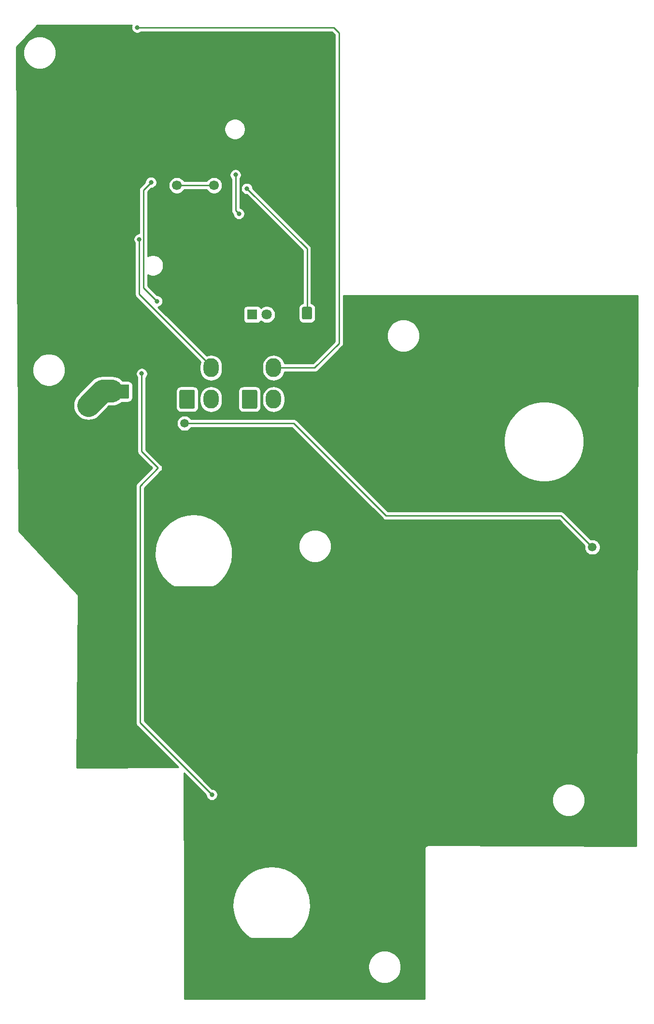
<source format=gbr>
%TF.GenerationSoftware,KiCad,Pcbnew,(5.1.12-1-10_14)*%
%TF.CreationDate,2021-11-28T13:05:42+11:00*%
%TF.ProjectId,DISP-EMC Panel PCB V1,44495350-2d45-44d4-9320-50616e656c20,rev?*%
%TF.SameCoordinates,Original*%
%TF.FileFunction,Copper,L2,Bot*%
%TF.FilePolarity,Positive*%
%FSLAX46Y46*%
G04 Gerber Fmt 4.6, Leading zero omitted, Abs format (unit mm)*
G04 Created by KiCad (PCBNEW (5.1.12-1-10_14)) date 2021-11-28 13:05:42*
%MOMM*%
%LPD*%
G01*
G04 APERTURE LIST*
%TA.AperFunction,ComponentPad*%
%ADD10O,1.740000X2.190000*%
%TD*%
%TA.AperFunction,ComponentPad*%
%ADD11C,1.700000*%
%TD*%
%TA.AperFunction,ComponentPad*%
%ADD12C,1.800000*%
%TD*%
%TA.AperFunction,ComponentPad*%
%ADD13R,1.800000X1.800000*%
%TD*%
%TA.AperFunction,ComponentPad*%
%ADD14O,2.700000X3.300000*%
%TD*%
%TA.AperFunction,ViaPad*%
%ADD15C,1.500000*%
%TD*%
%TA.AperFunction,ViaPad*%
%ADD16C,0.800000*%
%TD*%
%TA.AperFunction,Conductor*%
%ADD17C,4.000000*%
%TD*%
%TA.AperFunction,Conductor*%
%ADD18C,0.250000*%
%TD*%
%TA.AperFunction,Conductor*%
%ADD19C,0.254000*%
%TD*%
%TA.AperFunction,Conductor*%
%ADD20C,0.100000*%
%TD*%
G04 APERTURE END LIST*
D10*
%TO.P,J3,2*%
%TO.N,/LEDGND*%
X98753572Y-59825522D03*
%TO.P,J3,1*%
%TO.N,/SW_JETT*%
%TA.AperFunction,ComponentPad*%
G36*
G01*
X95343572Y-60670523D02*
X95343572Y-58980521D01*
G75*
G02*
X95593571Y-58730522I249999J0D01*
G01*
X96833573Y-58730522D01*
G75*
G02*
X97083572Y-58980521I0J-249999D01*
G01*
X97083572Y-60670523D01*
G75*
G02*
X96833573Y-60920522I-249999J0D01*
G01*
X95593571Y-60920522D01*
G75*
G02*
X95343572Y-60670523I0J249999D01*
G01*
G37*
%TD.AperFunction*%
%TD*%
D11*
%TO.P,SW1,1*%
%TO.N,/SW_JETT*%
X73406000Y-37465000D03*
%TO.P,SW1,2*%
X79906000Y-37465000D03*
%TO.P,SW1,3*%
%TO.N,/LEDGND*%
X73406000Y-41965000D03*
%TO.P,SW1,4*%
X79906000Y-41965000D03*
%TD*%
D12*
%TO.P,D1,2*%
%TO.N,Net-(D1-Pad2)*%
X89154000Y-60071000D03*
D13*
%TO.P,D1,1*%
%TO.N,/LED+5V*%
X86614000Y-60071000D03*
%TD*%
%TO.P,C1,2*%
%TO.N,/LEDGND*%
%TA.AperFunction,SMDPad,CuDef*%
G36*
G01*
X68048000Y-74533000D02*
X68048000Y-72533000D01*
G75*
G02*
X68298000Y-72283000I250000J0D01*
G01*
X71298000Y-72283000D01*
G75*
G02*
X71548000Y-72533000I0J-250000D01*
G01*
X71548000Y-74533000D01*
G75*
G02*
X71298000Y-74783000I-250000J0D01*
G01*
X68298000Y-74783000D01*
G75*
G02*
X68048000Y-74533000I0J250000D01*
G01*
G37*
%TD.AperFunction*%
%TO.P,C1,1*%
%TO.N,/LED+5V*%
%TA.AperFunction,SMDPad,CuDef*%
G36*
G01*
X61548000Y-74533000D02*
X61548000Y-72533000D01*
G75*
G02*
X61798000Y-72283000I250000J0D01*
G01*
X64798000Y-72283000D01*
G75*
G02*
X65048000Y-72533000I0J-250000D01*
G01*
X65048000Y-74533000D01*
G75*
G02*
X64798000Y-74783000I-250000J0D01*
G01*
X61798000Y-74783000D01*
G75*
G02*
X61548000Y-74533000I0J250000D01*
G01*
G37*
%TD.AperFunction*%
%TD*%
D14*
%TO.P,J2,4*%
%TO.N,/DATAOUT*%
X79400000Y-69400000D03*
%TO.P,J2,3*%
%TO.N,/LEDGND*%
X75200000Y-69400000D03*
%TO.P,J2,2*%
%TO.N,/LED+5V*%
X79400000Y-74900000D03*
%TO.P,J2,1*%
%TA.AperFunction,ComponentPad*%
G36*
G01*
X73850000Y-76298900D02*
X73850000Y-73501100D01*
G75*
G02*
X74101100Y-73250000I251100J0D01*
G01*
X76298900Y-73250000D01*
G75*
G02*
X76550000Y-73501100I0J-251100D01*
G01*
X76550000Y-76298900D01*
G75*
G02*
X76298900Y-76550000I-251100J0D01*
G01*
X74101100Y-76550000D01*
G75*
G02*
X73850000Y-76298900I0J251100D01*
G01*
G37*
%TD.AperFunction*%
%TD*%
%TO.P,J1,4*%
%TO.N,/DATAIN*%
X90350000Y-69400000D03*
%TO.P,J1,3*%
%TO.N,/LEDGND*%
X86150000Y-69400000D03*
%TO.P,J1,2*%
%TO.N,/LED+5V*%
X90350000Y-74900000D03*
%TO.P,J1,1*%
%TA.AperFunction,ComponentPad*%
G36*
G01*
X84800000Y-76298900D02*
X84800000Y-73501100D01*
G75*
G02*
X85051100Y-73250000I251100J0D01*
G01*
X87248900Y-73250000D01*
G75*
G02*
X87500000Y-73501100I0J-251100D01*
G01*
X87500000Y-76298900D01*
G75*
G02*
X87248900Y-76550000I-251100J0D01*
G01*
X85051100Y-76550000D01*
G75*
G02*
X84800000Y-76298900I0J251100D01*
G01*
G37*
%TD.AperFunction*%
%TD*%
D15*
%TO.N,/LEDGND*%
X99441000Y-176022000D03*
X82804000Y-168021000D03*
X99314000Y-155448000D03*
X102108000Y-148717000D03*
X81280000Y-150622000D03*
X133350000Y-139065000D03*
X110109000Y-139192000D03*
X102438000Y-139116000D03*
X94615000Y-139065000D03*
X68529000Y-135585000D03*
X68478400Y-128295000D03*
X81559400Y-113894000D03*
X66802000Y-87376000D03*
X91059000Y-88011000D03*
X152197000Y-106375000D03*
X143002000Y-106037000D03*
X133782000Y-105400000D03*
X108876000Y-100517000D03*
X112382000Y-72212200D03*
X111976000Y-81026000D03*
X111661000Y-89992200D03*
X143307000Y-68226900D03*
X143027000Y-60909200D03*
X126873000Y-71694000D03*
X99771200Y-55321200D03*
X83845400Y-57378600D03*
X89405800Y-27586600D03*
X99542600Y-30251400D03*
X72313800Y-27330400D03*
X53162200Y-55067200D03*
X56350000Y-29000000D03*
X56275000Y-36325000D03*
X56300000Y-44000000D03*
X63100000Y-57950000D03*
X61850000Y-24550000D03*
X64350000Y-16050000D03*
X73600000Y-18050000D03*
X81950000Y-18500000D03*
X90300000Y-18500000D03*
X99300000Y-16000000D03*
X99800000Y-24550000D03*
X93250000Y-57150000D03*
X99300000Y-37850000D03*
X116150000Y-104950000D03*
X125400000Y-103600000D03*
X85250000Y-93050000D03*
X88600000Y-106650000D03*
X87137500Y-138787500D03*
X79400000Y-139050000D03*
X118050000Y-138900000D03*
X125500000Y-138800000D03*
X142100000Y-138650000D03*
X151000000Y-138850000D03*
X102200000Y-168700000D03*
X90350000Y-178000000D03*
X82200000Y-157200000D03*
X137325000Y-72525000D03*
X123500000Y-89450000D03*
X136925000Y-93075000D03*
X99650000Y-46100000D03*
X106989600Y-64160400D03*
X126492000Y-85090000D03*
X125603000Y-78867000D03*
X74792000Y-56758000D03*
X64516000Y-48514000D03*
X78486000Y-25908000D03*
X65278000Y-32512000D03*
X69900000Y-95050000D03*
X73025400Y-84454600D03*
X81737200Y-85852000D03*
X69723001Y-109855000D03*
X79322572Y-45601522D03*
X83894572Y-33663522D03*
X74115572Y-33155522D03*
X65119998Y-39487802D03*
X69289572Y-45220522D03*
%TO.N,/LED+5V*%
X57912000Y-75946000D03*
X59055000Y-74803000D03*
D16*
%TO.N,/DATAIN*%
X66450000Y-9800000D03*
%TO.N,/DATAOUT*%
X66820052Y-46883193D03*
D15*
%TO.N,Net-(D45-Pad2)*%
X146221700Y-100778300D03*
X74750000Y-79100000D03*
D16*
%TO.N,Net-(D75-Pad2)*%
X79537560Y-144112440D03*
X69923660Y-57731660D03*
X67251580Y-70416420D03*
X68871582Y-36930819D03*
%TO.N,Net-(D77-Pad1)*%
X84275572Y-42426522D03*
X83694059Y-35605512D03*
%TO.N,/SW_JETT*%
X85672572Y-38018512D03*
%TD*%
D17*
%TO.N,/LED+5V*%
X61991400Y-73455200D02*
X60402800Y-73455200D01*
X60402800Y-73455200D02*
X59055000Y-74803000D01*
X59055000Y-74803000D02*
X57912000Y-75946000D01*
D18*
%TO.N,/DATAIN*%
X100900000Y-9800000D02*
X66450000Y-9800000D01*
X101850000Y-10750000D02*
X100900000Y-9800000D01*
X101850000Y-65111094D02*
X101850000Y-10750000D01*
X97561094Y-69400000D02*
X101850000Y-65111094D01*
X90350000Y-69400000D02*
X97561094Y-69400000D01*
%TO.N,/DATAOUT*%
X79400000Y-69100000D02*
X66820052Y-56520052D01*
X66820052Y-56520052D02*
X66820052Y-46883193D01*
X79400000Y-69400000D02*
X79400000Y-69100000D01*
%TO.N,Net-(D45-Pad2)*%
X140726999Y-95283599D02*
X110083599Y-95283599D01*
X146221700Y-100778300D02*
X140726999Y-95283599D01*
X110083599Y-95283599D02*
X93900000Y-79100000D01*
X93900000Y-79100000D02*
X74750000Y-79100000D01*
%TO.N,Net-(D75-Pad2)*%
X66948114Y-90096686D02*
X70124300Y-86920500D01*
X67251580Y-84047780D02*
X67251580Y-70416420D01*
X70124300Y-86920500D02*
X67251580Y-84047780D01*
X79537560Y-144112440D02*
X66948114Y-131522994D01*
X66948114Y-131522994D02*
X66948114Y-90096686D01*
X67547094Y-55355094D02*
X67547094Y-38255307D01*
X67547094Y-38255307D02*
X68871582Y-36930819D01*
X69923660Y-57731660D02*
X67547094Y-55355094D01*
%TO.N,Net-(D77-Pad1)*%
X83694059Y-41845009D02*
X83694059Y-35605512D01*
X84275572Y-42426522D02*
X83694059Y-41845009D01*
%TO.N,/SW_JETT*%
X79906000Y-37465000D02*
X73406000Y-37465000D01*
X96213572Y-48559512D02*
X85672572Y-38018512D01*
X96213572Y-59825522D02*
X96213572Y-48559512D01*
%TD*%
D19*
%TO.N,/LEDGND*%
X65454774Y-9498102D02*
X65415000Y-9698061D01*
X65415000Y-9901939D01*
X65454774Y-10101898D01*
X65532795Y-10290256D01*
X65646063Y-10459774D01*
X65790226Y-10603937D01*
X65959744Y-10717205D01*
X66148102Y-10795226D01*
X66348061Y-10835000D01*
X66551939Y-10835000D01*
X66751898Y-10795226D01*
X66940256Y-10717205D01*
X67109774Y-10603937D01*
X67153711Y-10560000D01*
X100585199Y-10560000D01*
X101090001Y-11064803D01*
X101090000Y-64796292D01*
X97246293Y-68640000D01*
X92284779Y-68640000D01*
X92192774Y-68336698D01*
X92008453Y-67991857D01*
X91760398Y-67689602D01*
X91458143Y-67441547D01*
X91113301Y-67257226D01*
X90739127Y-67143722D01*
X90350000Y-67105396D01*
X89960872Y-67143722D01*
X89586698Y-67257226D01*
X89241857Y-67441547D01*
X88939602Y-67689602D01*
X88691547Y-67991857D01*
X88507226Y-68336699D01*
X88393722Y-68710873D01*
X88365000Y-69002491D01*
X88365000Y-69797510D01*
X88393722Y-70089128D01*
X88507226Y-70463302D01*
X88691547Y-70808143D01*
X88939603Y-71110398D01*
X89241858Y-71358453D01*
X89586699Y-71542774D01*
X89960873Y-71656278D01*
X90350000Y-71694604D01*
X90739128Y-71656278D01*
X91113302Y-71542774D01*
X91458143Y-71358453D01*
X91760398Y-71110398D01*
X92008453Y-70808143D01*
X92192774Y-70463302D01*
X92284779Y-70160000D01*
X97523772Y-70160000D01*
X97561094Y-70163676D01*
X97598416Y-70160000D01*
X97598427Y-70160000D01*
X97710080Y-70149003D01*
X97853341Y-70105546D01*
X97985370Y-70034974D01*
X98101095Y-69940001D01*
X98124898Y-69910997D01*
X102361004Y-65674892D01*
X102390001Y-65651095D01*
X102430619Y-65601602D01*
X102484974Y-65535371D01*
X102555546Y-65403341D01*
X102555546Y-65403340D01*
X102599003Y-65260080D01*
X102610000Y-65148427D01*
X102610000Y-65148418D01*
X102613676Y-65111095D01*
X102610000Y-65073772D01*
X102610000Y-63478374D01*
X110219572Y-63478374D01*
X110219572Y-64046670D01*
X110330441Y-64604045D01*
X110547918Y-65129082D01*
X110863646Y-65601602D01*
X111265492Y-66003448D01*
X111738012Y-66319176D01*
X112263049Y-66536653D01*
X112820424Y-66647522D01*
X113388720Y-66647522D01*
X113946095Y-66536653D01*
X114471132Y-66319176D01*
X114943652Y-66003448D01*
X115345498Y-65601602D01*
X115661226Y-65129082D01*
X115878703Y-64604045D01*
X115989572Y-64046670D01*
X115989572Y-63478374D01*
X115878703Y-62920999D01*
X115661226Y-62395962D01*
X115345498Y-61923442D01*
X114943652Y-61521596D01*
X114471132Y-61205868D01*
X113946095Y-60988391D01*
X113388720Y-60877522D01*
X112820424Y-60877522D01*
X112263049Y-60988391D01*
X111738012Y-61205868D01*
X111265492Y-61521596D01*
X110863646Y-61923442D01*
X110547918Y-62395962D01*
X110330441Y-62920999D01*
X110219572Y-63478374D01*
X102610000Y-63478374D01*
X102610000Y-56768431D01*
X154201736Y-56743519D01*
X153901065Y-153058541D01*
X117533630Y-152933910D01*
X117499775Y-152930608D01*
X117436594Y-152936891D01*
X117373247Y-152942911D01*
X117371852Y-152943329D01*
X117370404Y-152943473D01*
X117309637Y-152961969D01*
X117248709Y-152980224D01*
X117247422Y-152980906D01*
X117246030Y-152981330D01*
X117189998Y-153011347D01*
X117133842Y-153041116D01*
X117132714Y-153042035D01*
X117131430Y-153042723D01*
X117082316Y-153083108D01*
X117033062Y-153123248D01*
X117032134Y-153124371D01*
X117031010Y-153125295D01*
X116990755Y-153174440D01*
X116950241Y-153223463D01*
X116949550Y-153224746D01*
X116948628Y-153225871D01*
X116918722Y-153281948D01*
X116888564Y-153337909D01*
X116888137Y-153339300D01*
X116887451Y-153340586D01*
X116869047Y-153401462D01*
X116850398Y-153462189D01*
X116850250Y-153463637D01*
X116849829Y-153465031D01*
X116843659Y-153528289D01*
X116837211Y-153591528D01*
X116840430Y-153625397D01*
X116865177Y-179857800D01*
X74775960Y-179857800D01*
X74764874Y-173959852D01*
X106944600Y-173959852D01*
X106944600Y-174528148D01*
X107055469Y-175085523D01*
X107272946Y-175610560D01*
X107588674Y-176083080D01*
X107990520Y-176484926D01*
X108463040Y-176800654D01*
X108988077Y-177018131D01*
X109545452Y-177129000D01*
X110113748Y-177129000D01*
X110671123Y-177018131D01*
X111196160Y-176800654D01*
X111668680Y-176484926D01*
X112070526Y-176083080D01*
X112386254Y-175610560D01*
X112603731Y-175085523D01*
X112714600Y-174528148D01*
X112714600Y-173959852D01*
X112603731Y-173402477D01*
X112386254Y-172877440D01*
X112070526Y-172404920D01*
X111668680Y-172003074D01*
X111196160Y-171687346D01*
X110671123Y-171469869D01*
X110113748Y-171359000D01*
X109545452Y-171359000D01*
X108988077Y-171469869D01*
X108463040Y-171687346D01*
X107990520Y-172003074D01*
X107588674Y-172404920D01*
X107272946Y-172877440D01*
X107055469Y-173402477D01*
X106944600Y-173959852D01*
X74764874Y-173959852D01*
X74745504Y-163655211D01*
X83162470Y-163655211D01*
X83166800Y-163721754D01*
X83274485Y-164693591D01*
X83279350Y-164718803D01*
X83281911Y-164744353D01*
X83296824Y-164809348D01*
X83558503Y-165751466D01*
X83567338Y-165775579D01*
X83573950Y-165800388D01*
X83599062Y-165862162D01*
X84008002Y-166750325D01*
X84020577Y-166772713D01*
X84031072Y-166796149D01*
X84065738Y-166853113D01*
X84611418Y-167664468D01*
X84627411Y-167684558D01*
X84641517Y-167706013D01*
X84684845Y-167756702D01*
X85353226Y-168470377D01*
X85372225Y-168487651D01*
X85389580Y-168506575D01*
X85440455Y-168549685D01*
X86205839Y-169140752D01*
X86253506Y-169179839D01*
X86381221Y-169248038D01*
X86519786Y-169290010D01*
X86627770Y-169300602D01*
X93358054Y-169297907D01*
X93466030Y-169287229D01*
X93604561Y-169245145D01*
X93732221Y-169176844D01*
X93778354Y-169138952D01*
X94494294Y-168591121D01*
X94511941Y-168575219D01*
X94531031Y-168561081D01*
X94579223Y-168514991D01*
X95254475Y-167807814D01*
X95270660Y-167787883D01*
X95288588Y-167769496D01*
X95328777Y-167716312D01*
X95328791Y-167716294D01*
X95328796Y-167716285D01*
X95882291Y-166910254D01*
X95895079Y-166887994D01*
X95909839Y-166866975D01*
X95941018Y-166808030D01*
X96358528Y-165923864D01*
X96367594Y-165899843D01*
X96378802Y-165876737D01*
X96400156Y-165813565D01*
X96670934Y-164874020D01*
X96676043Y-164848858D01*
X96683412Y-164824259D01*
X96694392Y-164758486D01*
X96811472Y-163787736D01*
X96812492Y-163762083D01*
X96815834Y-163736619D01*
X96816156Y-163669936D01*
X96776524Y-162692954D01*
X96773429Y-162667465D01*
X96772657Y-162641798D01*
X96762314Y-162575921D01*
X96566992Y-161617844D01*
X96559860Y-161593173D01*
X96554995Y-161567963D01*
X96534253Y-161504587D01*
X96188264Y-160590063D01*
X96177282Y-160566854D01*
X96168447Y-160542742D01*
X96137839Y-160483498D01*
X95650087Y-159636055D01*
X95635535Y-159614901D01*
X95622959Y-159592511D01*
X95583272Y-159538923D01*
X94966304Y-158780363D01*
X94948554Y-158761804D01*
X94932563Y-158741717D01*
X94884819Y-158695163D01*
X94154506Y-158045003D01*
X94134020Y-158029522D01*
X94115021Y-158012249D01*
X94060449Y-157973927D01*
X93235583Y-157448894D01*
X93212884Y-157436887D01*
X93191369Y-157422874D01*
X93131383Y-157393776D01*
X93131371Y-157393770D01*
X93131365Y-157393768D01*
X92233174Y-157007372D01*
X92208854Y-156999151D01*
X92185369Y-156988755D01*
X92121507Y-156969624D01*
X92121489Y-156969618D01*
X92121480Y-156969617D01*
X91173068Y-156731795D01*
X91147739Y-156727567D01*
X91122900Y-156721061D01*
X91056784Y-156712383D01*
X90082539Y-156629254D01*
X90056864Y-156629130D01*
X90031302Y-156626679D01*
X89964649Y-156628684D01*
X89964647Y-156628684D01*
X88989645Y-156702387D01*
X88964279Y-156706370D01*
X88938654Y-156708037D01*
X88873179Y-156720673D01*
X87922501Y-156949313D01*
X87898093Y-156957302D01*
X87873071Y-156963043D01*
X87810466Y-156985981D01*
X87810457Y-156985984D01*
X87810453Y-156985986D01*
X86908564Y-157363679D01*
X86885748Y-157375467D01*
X86861966Y-157385135D01*
X86803826Y-157417792D01*
X85973920Y-157934823D01*
X85953287Y-157950103D01*
X85931349Y-157963454D01*
X85879178Y-158004987D01*
X85142613Y-158648054D01*
X85124686Y-158666439D01*
X85105169Y-158683122D01*
X85060309Y-158732461D01*
X84436032Y-159485019D01*
X84421271Y-159506039D01*
X84404676Y-159525624D01*
X84368282Y-159581500D01*
X83872356Y-160424187D01*
X83861149Y-160447291D01*
X83847895Y-160469282D01*
X83820903Y-160530259D01*
X83466086Y-161441394D01*
X83458717Y-161465992D01*
X83449149Y-161489821D01*
X83432254Y-161554328D01*
X83227675Y-162510472D01*
X83224334Y-162535925D01*
X83218698Y-162560983D01*
X83212333Y-162627363D01*
X83163255Y-163603915D01*
X83164027Y-163629583D01*
X83162470Y-163655211D01*
X74745504Y-163655211D01*
X74701699Y-140351381D01*
X78502560Y-144152242D01*
X78502560Y-144214379D01*
X78542334Y-144414338D01*
X78620355Y-144602696D01*
X78733623Y-144772214D01*
X78877786Y-144916377D01*
X79047304Y-145029645D01*
X79235662Y-145107666D01*
X79435621Y-145147440D01*
X79639499Y-145147440D01*
X79839458Y-145107666D01*
X80027816Y-145029645D01*
X80197334Y-144916377D01*
X80341497Y-144772214D01*
X80350744Y-144758374D01*
X139175572Y-144758374D01*
X139175572Y-145326670D01*
X139286441Y-145884045D01*
X139503918Y-146409082D01*
X139819646Y-146881602D01*
X140221492Y-147283448D01*
X140694012Y-147599176D01*
X141219049Y-147816653D01*
X141776424Y-147927522D01*
X142344720Y-147927522D01*
X142902095Y-147816653D01*
X143427132Y-147599176D01*
X143899652Y-147283448D01*
X144301498Y-146881602D01*
X144617226Y-146409082D01*
X144834703Y-145884045D01*
X144945572Y-145326670D01*
X144945572Y-144758374D01*
X144834703Y-144200999D01*
X144617226Y-143675962D01*
X144301498Y-143203442D01*
X143899652Y-142801596D01*
X143427132Y-142485868D01*
X142902095Y-142268391D01*
X142344720Y-142157522D01*
X141776424Y-142157522D01*
X141219049Y-142268391D01*
X140694012Y-142485868D01*
X140221492Y-142801596D01*
X139819646Y-143203442D01*
X139503918Y-143675962D01*
X139286441Y-144200999D01*
X139175572Y-144758374D01*
X80350744Y-144758374D01*
X80454765Y-144602696D01*
X80532786Y-144414338D01*
X80572560Y-144214379D01*
X80572560Y-144010501D01*
X80532786Y-143810542D01*
X80454765Y-143622184D01*
X80341497Y-143452666D01*
X80197334Y-143308503D01*
X80027816Y-143195235D01*
X79839458Y-143117214D01*
X79639499Y-143077440D01*
X79577362Y-143077440D01*
X67708114Y-131208193D01*
X67708114Y-102060210D01*
X69509969Y-102060210D01*
X69514299Y-102126753D01*
X69621985Y-103098591D01*
X69626850Y-103123801D01*
X69629411Y-103149352D01*
X69644324Y-103214347D01*
X69906002Y-104156466D01*
X69914837Y-104180579D01*
X69921449Y-104205388D01*
X69946556Y-104267147D01*
X69946561Y-104267162D01*
X69946562Y-104267163D01*
X70355502Y-105155325D01*
X70368076Y-105177710D01*
X70378571Y-105201147D01*
X70413237Y-105258112D01*
X70958917Y-106069468D01*
X70974909Y-106089557D01*
X70989016Y-106111013D01*
X71032344Y-106161702D01*
X71700725Y-106875376D01*
X71719719Y-106892646D01*
X71737078Y-106911574D01*
X71787953Y-106954684D01*
X72553363Y-107545772D01*
X72601005Y-107584839D01*
X72728720Y-107653038D01*
X72867284Y-107695010D01*
X72975269Y-107705602D01*
X79705554Y-107702908D01*
X79813530Y-107692230D01*
X79952061Y-107650146D01*
X80079721Y-107581845D01*
X80125854Y-107543953D01*
X80841794Y-106996122D01*
X80859441Y-106980220D01*
X80878531Y-106966082D01*
X80926723Y-106919992D01*
X81601975Y-106212815D01*
X81618160Y-106192884D01*
X81636088Y-106174497D01*
X81676277Y-106121313D01*
X81676291Y-106121295D01*
X81676296Y-106121286D01*
X82229791Y-105315255D01*
X82242580Y-105292993D01*
X82257338Y-105271977D01*
X82288518Y-105213031D01*
X82706029Y-104328865D01*
X82715095Y-104304844D01*
X82726303Y-104281738D01*
X82747657Y-104218566D01*
X83018435Y-103279021D01*
X83023544Y-103253858D01*
X83030913Y-103229260D01*
X83041893Y-103163486D01*
X83158972Y-102192736D01*
X83159992Y-102167076D01*
X83163333Y-102141620D01*
X83163656Y-102074937D01*
X83124025Y-101097955D01*
X83120930Y-101072466D01*
X83120158Y-101046799D01*
X83109815Y-100980922D01*
X82972704Y-100308374D01*
X94725573Y-100308374D01*
X94725573Y-100876670D01*
X94836442Y-101434045D01*
X95053919Y-101959082D01*
X95369647Y-102431602D01*
X95771493Y-102833448D01*
X96244013Y-103149176D01*
X96769050Y-103366653D01*
X97326425Y-103477522D01*
X97894721Y-103477522D01*
X98452096Y-103366653D01*
X98977133Y-103149176D01*
X99449653Y-102833448D01*
X99851499Y-102431602D01*
X100167227Y-101959082D01*
X100384704Y-101434045D01*
X100495573Y-100876670D01*
X100495573Y-100308374D01*
X100384704Y-99750999D01*
X100167227Y-99225962D01*
X99851499Y-98753442D01*
X99449653Y-98351596D01*
X98977133Y-98035868D01*
X98452096Y-97818391D01*
X97894721Y-97707522D01*
X97326425Y-97707522D01*
X96769050Y-97818391D01*
X96244013Y-98035868D01*
X95771493Y-98351596D01*
X95369647Y-98753442D01*
X95053919Y-99225962D01*
X94836442Y-99750999D01*
X94725573Y-100308374D01*
X82972704Y-100308374D01*
X82914493Y-100022845D01*
X82907361Y-99998174D01*
X82902496Y-99972964D01*
X82881754Y-99909588D01*
X82535765Y-98995064D01*
X82524783Y-98971855D01*
X82515948Y-98947743D01*
X82485340Y-98888499D01*
X81997588Y-98041056D01*
X81983036Y-98019902D01*
X81970460Y-97997512D01*
X81930773Y-97943924D01*
X81313803Y-97185364D01*
X81296060Y-97166812D01*
X81280064Y-97146719D01*
X81232320Y-97100165D01*
X80502008Y-96450004D01*
X80481521Y-96434523D01*
X80462522Y-96417249D01*
X80407950Y-96378927D01*
X79583084Y-95853894D01*
X79560385Y-95841887D01*
X79538870Y-95827874D01*
X79478884Y-95798776D01*
X79478872Y-95798770D01*
X79478866Y-95798768D01*
X78580675Y-95412372D01*
X78556355Y-95404151D01*
X78532870Y-95393755D01*
X78469008Y-95374624D01*
X78468990Y-95374618D01*
X78468981Y-95374617D01*
X77520569Y-95136795D01*
X77495243Y-95132567D01*
X77470402Y-95126061D01*
X77404286Y-95117383D01*
X76430041Y-95034253D01*
X76404364Y-95034129D01*
X76378803Y-95031678D01*
X76312149Y-95033683D01*
X75337145Y-95107387D01*
X75311779Y-95111370D01*
X75286155Y-95113037D01*
X75220684Y-95125672D01*
X75220679Y-95125673D01*
X75220676Y-95125674D01*
X74270002Y-95354313D01*
X74245596Y-95362301D01*
X74220571Y-95368043D01*
X74157966Y-95390981D01*
X74157957Y-95390984D01*
X74157953Y-95390986D01*
X73256065Y-95768678D01*
X73233256Y-95780462D01*
X73209465Y-95790134D01*
X73151325Y-95822791D01*
X72321420Y-96339822D01*
X72300783Y-96355106D01*
X72278850Y-96368453D01*
X72226680Y-96409985D01*
X71490113Y-97053052D01*
X71472180Y-97071443D01*
X71452669Y-97088121D01*
X71407809Y-97137460D01*
X70783532Y-97890018D01*
X70768771Y-97911038D01*
X70752176Y-97930623D01*
X70715782Y-97986499D01*
X70219856Y-98829186D01*
X70208649Y-98852290D01*
X70195395Y-98874281D01*
X70168403Y-98935258D01*
X69813586Y-99846393D01*
X69806216Y-99870996D01*
X69796650Y-99894819D01*
X69779754Y-99959327D01*
X69575174Y-100915470D01*
X69571833Y-100940926D01*
X69566197Y-100965982D01*
X69559832Y-101032362D01*
X69510754Y-102008914D01*
X69511526Y-102034582D01*
X69509969Y-102060210D01*
X67708114Y-102060210D01*
X67708114Y-90411487D01*
X70635303Y-87484299D01*
X70664301Y-87460501D01*
X70759274Y-87344776D01*
X70829846Y-87212746D01*
X70873303Y-87069486D01*
X70887977Y-86920500D01*
X70873303Y-86771514D01*
X70829846Y-86628253D01*
X70759274Y-86496224D01*
X70688099Y-86409497D01*
X70688089Y-86409487D01*
X70664300Y-86380500D01*
X70635313Y-86356711D01*
X68011580Y-83732979D01*
X68011580Y-78963589D01*
X73365000Y-78963589D01*
X73365000Y-79236411D01*
X73418225Y-79503989D01*
X73522629Y-79756043D01*
X73674201Y-79982886D01*
X73867114Y-80175799D01*
X74093957Y-80327371D01*
X74346011Y-80431775D01*
X74613589Y-80485000D01*
X74886411Y-80485000D01*
X75153989Y-80431775D01*
X75406043Y-80327371D01*
X75632886Y-80175799D01*
X75825799Y-79982886D01*
X75907909Y-79860000D01*
X93585199Y-79860000D01*
X109519799Y-95794601D01*
X109543598Y-95823600D01*
X109659323Y-95918573D01*
X109791352Y-95989145D01*
X109934613Y-96032602D01*
X110046266Y-96043599D01*
X110046275Y-96043599D01*
X110083598Y-96047275D01*
X110120921Y-96043599D01*
X140412198Y-96043599D01*
X144865533Y-100496935D01*
X144836700Y-100641889D01*
X144836700Y-100914711D01*
X144889925Y-101182289D01*
X144994329Y-101434343D01*
X145145901Y-101661186D01*
X145338814Y-101854099D01*
X145565657Y-102005671D01*
X145817711Y-102110075D01*
X146085289Y-102163300D01*
X146358111Y-102163300D01*
X146625689Y-102110075D01*
X146877743Y-102005671D01*
X147104586Y-101854099D01*
X147297499Y-101661186D01*
X147449071Y-101434343D01*
X147553475Y-101182289D01*
X147606700Y-100914711D01*
X147606700Y-100641889D01*
X147553475Y-100374311D01*
X147449071Y-100122257D01*
X147297499Y-99895414D01*
X147104586Y-99702501D01*
X146877743Y-99550929D01*
X146625689Y-99446525D01*
X146358111Y-99393300D01*
X146085289Y-99393300D01*
X145940335Y-99422133D01*
X141290803Y-94772602D01*
X141267000Y-94743598D01*
X141151275Y-94648625D01*
X141019246Y-94578053D01*
X140875985Y-94534596D01*
X140764332Y-94523599D01*
X140764321Y-94523599D01*
X140726999Y-94519923D01*
X140689677Y-94523599D01*
X110398401Y-94523599D01*
X97616888Y-81742086D01*
X130706061Y-81742086D01*
X130706061Y-82849914D01*
X130879364Y-83944101D01*
X131221701Y-84997708D01*
X131724644Y-85984789D01*
X132375808Y-86881040D01*
X133159160Y-87664392D01*
X134055411Y-88315556D01*
X135042492Y-88818499D01*
X136096099Y-89160836D01*
X137190286Y-89334139D01*
X138298114Y-89334139D01*
X139392301Y-89160836D01*
X140445908Y-88818499D01*
X141432989Y-88315556D01*
X142329240Y-87664392D01*
X143112592Y-86881040D01*
X143763756Y-85984789D01*
X144266699Y-84997708D01*
X144609036Y-83944101D01*
X144782339Y-82849914D01*
X144782339Y-81742086D01*
X144609036Y-80647899D01*
X144266699Y-79594292D01*
X143763756Y-78607211D01*
X143112592Y-77710960D01*
X142329240Y-76927608D01*
X141432989Y-76276444D01*
X140445908Y-75773501D01*
X139392301Y-75431164D01*
X138298114Y-75257861D01*
X137190286Y-75257861D01*
X136096099Y-75431164D01*
X135042492Y-75773501D01*
X134055411Y-76276444D01*
X133159160Y-76927608D01*
X132375808Y-77710960D01*
X131724644Y-78607211D01*
X131221701Y-79594292D01*
X130879364Y-80647899D01*
X130706061Y-81742086D01*
X97616888Y-81742086D01*
X94463804Y-78589003D01*
X94440001Y-78559999D01*
X94324276Y-78465026D01*
X94192247Y-78394454D01*
X94048986Y-78350997D01*
X93937333Y-78340000D01*
X93937322Y-78340000D01*
X93900000Y-78336324D01*
X93862678Y-78340000D01*
X75907909Y-78340000D01*
X75825799Y-78217114D01*
X75632886Y-78024201D01*
X75406043Y-77872629D01*
X75153989Y-77768225D01*
X74886411Y-77715000D01*
X74613589Y-77715000D01*
X74346011Y-77768225D01*
X74093957Y-77872629D01*
X73867114Y-78024201D01*
X73674201Y-78217114D01*
X73522629Y-78443957D01*
X73418225Y-78696011D01*
X73365000Y-78963589D01*
X68011580Y-78963589D01*
X68011580Y-73501100D01*
X73211928Y-73501100D01*
X73211928Y-76298900D01*
X73229013Y-76472369D01*
X73279612Y-76639171D01*
X73361781Y-76792897D01*
X73472360Y-76927640D01*
X73607103Y-77038219D01*
X73760829Y-77120388D01*
X73927631Y-77170987D01*
X74101100Y-77188072D01*
X76298900Y-77188072D01*
X76472369Y-77170987D01*
X76639171Y-77120388D01*
X76792897Y-77038219D01*
X76927640Y-76927640D01*
X77038219Y-76792897D01*
X77120388Y-76639171D01*
X77170987Y-76472369D01*
X77188072Y-76298900D01*
X77188072Y-74502491D01*
X77415000Y-74502491D01*
X77415000Y-75297510D01*
X77443722Y-75589128D01*
X77557226Y-75963302D01*
X77741547Y-76308143D01*
X77989603Y-76610398D01*
X78291858Y-76858453D01*
X78636699Y-77042774D01*
X79010873Y-77156278D01*
X79400000Y-77194604D01*
X79789128Y-77156278D01*
X80163302Y-77042774D01*
X80508143Y-76858453D01*
X80810398Y-76610398D01*
X81058453Y-76308143D01*
X81242774Y-75963302D01*
X81356278Y-75589127D01*
X81385000Y-75297509D01*
X81385000Y-74502490D01*
X81356278Y-74210872D01*
X81242774Y-73836698D01*
X81063394Y-73501100D01*
X84161928Y-73501100D01*
X84161928Y-76298900D01*
X84179013Y-76472369D01*
X84229612Y-76639171D01*
X84311781Y-76792897D01*
X84422360Y-76927640D01*
X84557103Y-77038219D01*
X84710829Y-77120388D01*
X84877631Y-77170987D01*
X85051100Y-77188072D01*
X87248900Y-77188072D01*
X87422369Y-77170987D01*
X87589171Y-77120388D01*
X87742897Y-77038219D01*
X87877640Y-76927640D01*
X87988219Y-76792897D01*
X88070388Y-76639171D01*
X88120987Y-76472369D01*
X88138072Y-76298900D01*
X88138072Y-74502491D01*
X88365000Y-74502491D01*
X88365000Y-75297510D01*
X88393722Y-75589128D01*
X88507226Y-75963302D01*
X88691547Y-76308143D01*
X88939603Y-76610398D01*
X89241858Y-76858453D01*
X89586699Y-77042774D01*
X89960873Y-77156278D01*
X90350000Y-77194604D01*
X90739128Y-77156278D01*
X91113302Y-77042774D01*
X91458143Y-76858453D01*
X91760398Y-76610398D01*
X92008453Y-76308143D01*
X92192774Y-75963302D01*
X92306278Y-75589127D01*
X92335000Y-75297509D01*
X92335000Y-74502490D01*
X92306278Y-74210872D01*
X92192774Y-73836698D01*
X92008453Y-73491857D01*
X91760398Y-73189602D01*
X91458143Y-72941547D01*
X91113301Y-72757226D01*
X90739127Y-72643722D01*
X90350000Y-72605396D01*
X89960872Y-72643722D01*
X89586698Y-72757226D01*
X89241857Y-72941547D01*
X88939602Y-73189602D01*
X88691547Y-73491857D01*
X88507226Y-73836699D01*
X88393722Y-74210873D01*
X88365000Y-74502491D01*
X88138072Y-74502491D01*
X88138072Y-73501100D01*
X88120987Y-73327631D01*
X88070388Y-73160829D01*
X87988219Y-73007103D01*
X87877640Y-72872360D01*
X87742897Y-72761781D01*
X87589171Y-72679612D01*
X87422369Y-72629013D01*
X87248900Y-72611928D01*
X85051100Y-72611928D01*
X84877631Y-72629013D01*
X84710829Y-72679612D01*
X84557103Y-72761781D01*
X84422360Y-72872360D01*
X84311781Y-73007103D01*
X84229612Y-73160829D01*
X84179013Y-73327631D01*
X84161928Y-73501100D01*
X81063394Y-73501100D01*
X81058453Y-73491857D01*
X80810398Y-73189602D01*
X80508143Y-72941547D01*
X80163301Y-72757226D01*
X79789127Y-72643722D01*
X79400000Y-72605396D01*
X79010872Y-72643722D01*
X78636698Y-72757226D01*
X78291857Y-72941547D01*
X77989602Y-73189602D01*
X77741547Y-73491857D01*
X77557226Y-73836699D01*
X77443722Y-74210873D01*
X77415000Y-74502491D01*
X77188072Y-74502491D01*
X77188072Y-73501100D01*
X77170987Y-73327631D01*
X77120388Y-73160829D01*
X77038219Y-73007103D01*
X76927640Y-72872360D01*
X76792897Y-72761781D01*
X76639171Y-72679612D01*
X76472369Y-72629013D01*
X76298900Y-72611928D01*
X74101100Y-72611928D01*
X73927631Y-72629013D01*
X73760829Y-72679612D01*
X73607103Y-72761781D01*
X73472360Y-72872360D01*
X73361781Y-73007103D01*
X73279612Y-73160829D01*
X73229013Y-73327631D01*
X73211928Y-73501100D01*
X68011580Y-73501100D01*
X68011580Y-71120131D01*
X68055517Y-71076194D01*
X68168785Y-70906676D01*
X68246806Y-70718318D01*
X68286580Y-70518359D01*
X68286580Y-70314481D01*
X68246806Y-70114522D01*
X68168785Y-69926164D01*
X68055517Y-69756646D01*
X67911354Y-69612483D01*
X67741836Y-69499215D01*
X67553478Y-69421194D01*
X67353519Y-69381420D01*
X67149641Y-69381420D01*
X66949682Y-69421194D01*
X66761324Y-69499215D01*
X66591806Y-69612483D01*
X66447643Y-69756646D01*
X66334375Y-69926164D01*
X66256354Y-70114522D01*
X66216580Y-70314481D01*
X66216580Y-70518359D01*
X66256354Y-70718318D01*
X66334375Y-70906676D01*
X66447643Y-71076194D01*
X66491581Y-71120132D01*
X66491580Y-84010458D01*
X66487904Y-84047780D01*
X66491580Y-84085102D01*
X66491580Y-84085112D01*
X66502577Y-84196765D01*
X66546034Y-84340026D01*
X66616606Y-84472056D01*
X66627157Y-84484912D01*
X66711579Y-84587781D01*
X66740583Y-84611584D01*
X69049498Y-86920500D01*
X66437112Y-89532887D01*
X66408114Y-89556685D01*
X66384316Y-89585683D01*
X66384315Y-89585684D01*
X66313140Y-89672410D01*
X66242568Y-89804440D01*
X66199112Y-89947701D01*
X66184438Y-90096686D01*
X66188115Y-90134019D01*
X66188114Y-131485672D01*
X66184438Y-131522994D01*
X66188114Y-131560316D01*
X66188114Y-131560326D01*
X66199111Y-131671979D01*
X66242568Y-131815240D01*
X66313140Y-131947270D01*
X66352985Y-131995820D01*
X66408113Y-132062995D01*
X66437117Y-132086798D01*
X73670715Y-139320397D01*
X55859705Y-139368404D01*
X56107840Y-109418494D01*
X56111029Y-109394337D01*
X56108377Y-109353650D01*
X56108445Y-109345451D01*
X56106269Y-109321306D01*
X56102573Y-109264603D01*
X56100440Y-109256630D01*
X56099699Y-109248411D01*
X56083657Y-109193907D01*
X56068969Y-109139013D01*
X56065321Y-109131608D01*
X56062991Y-109123693D01*
X56036642Y-109073399D01*
X56011511Y-109022391D01*
X56006484Y-109015835D01*
X56002658Y-109008532D01*
X55967008Y-108964351D01*
X55952225Y-108945071D01*
X55946611Y-108939072D01*
X55921017Y-108907354D01*
X55902317Y-108891746D01*
X45718205Y-98010435D01*
X45600003Y-75946000D01*
X55264252Y-75946000D01*
X55315127Y-76462549D01*
X55465799Y-76959249D01*
X55710478Y-77417010D01*
X56039759Y-77818241D01*
X56440990Y-78147522D01*
X56898751Y-78392201D01*
X57395451Y-78542873D01*
X57912000Y-78593748D01*
X58428549Y-78542873D01*
X58925249Y-78392201D01*
X59383010Y-78147522D01*
X59683697Y-77900755D01*
X61494252Y-76090200D01*
X62120842Y-76090200D01*
X62507950Y-76052073D01*
X63004650Y-75901401D01*
X63462411Y-75656723D01*
X63749552Y-75421072D01*
X64798000Y-75421072D01*
X64971254Y-75404008D01*
X65137850Y-75353472D01*
X65291386Y-75271405D01*
X65425962Y-75160962D01*
X65536405Y-75026386D01*
X65618472Y-74872850D01*
X65669008Y-74706254D01*
X65686072Y-74533000D01*
X65686072Y-72533000D01*
X65669008Y-72359746D01*
X65618472Y-72193150D01*
X65536405Y-72039614D01*
X65425962Y-71905038D01*
X65291386Y-71794595D01*
X65137850Y-71712528D01*
X64971254Y-71661992D01*
X64798000Y-71644928D01*
X63914498Y-71644928D01*
X63863641Y-71582959D01*
X63462411Y-71253677D01*
X63004650Y-71008999D01*
X62507950Y-70858327D01*
X62120842Y-70820200D01*
X60532233Y-70820200D01*
X60402799Y-70807452D01*
X60273365Y-70820200D01*
X60273358Y-70820200D01*
X59937758Y-70853254D01*
X59886249Y-70858327D01*
X59726864Y-70906676D01*
X59389550Y-71008999D01*
X58931789Y-71253677D01*
X58530559Y-71582959D01*
X58448042Y-71683506D01*
X55957245Y-74174303D01*
X55710478Y-74474990D01*
X55465799Y-74932751D01*
X55315127Y-75429451D01*
X55264252Y-75946000D01*
X45600003Y-75946000D01*
X45565279Y-69464252D01*
X48092800Y-69464252D01*
X48092800Y-70032548D01*
X48203669Y-70589923D01*
X48421146Y-71114960D01*
X48736874Y-71587480D01*
X49138720Y-71989326D01*
X49611240Y-72305054D01*
X50136277Y-72522531D01*
X50693652Y-72633400D01*
X51261948Y-72633400D01*
X51819323Y-72522531D01*
X52344360Y-72305054D01*
X52816880Y-71989326D01*
X53218726Y-71587480D01*
X53534454Y-71114960D01*
X53751931Y-70589923D01*
X53862800Y-70032548D01*
X53862800Y-69464252D01*
X53751931Y-68906877D01*
X53534454Y-68381840D01*
X53218726Y-67909320D01*
X52816880Y-67507474D01*
X52344360Y-67191746D01*
X51819323Y-66974269D01*
X51261948Y-66863400D01*
X50693652Y-66863400D01*
X50136277Y-66974269D01*
X49611240Y-67191746D01*
X49138720Y-67507474D01*
X48736874Y-67909320D01*
X48421146Y-68381840D01*
X48203669Y-68906877D01*
X48092800Y-69464252D01*
X45565279Y-69464252D01*
X45443763Y-46781254D01*
X65785052Y-46781254D01*
X65785052Y-46985132D01*
X65824826Y-47185091D01*
X65902847Y-47373449D01*
X66016115Y-47542967D01*
X66060053Y-47586905D01*
X66060052Y-56482730D01*
X66056376Y-56520052D01*
X66060052Y-56557374D01*
X66060052Y-56557384D01*
X66071049Y-56669037D01*
X66114506Y-56812298D01*
X66185078Y-56944328D01*
X66224923Y-56992878D01*
X66280051Y-57060053D01*
X66309055Y-57083856D01*
X77558853Y-68333655D01*
X77557226Y-68336699D01*
X77443722Y-68710873D01*
X77415000Y-69002491D01*
X77415000Y-69797510D01*
X77443722Y-70089128D01*
X77557226Y-70463302D01*
X77741547Y-70808143D01*
X77989603Y-71110398D01*
X78291858Y-71358453D01*
X78636699Y-71542774D01*
X79010873Y-71656278D01*
X79400000Y-71694604D01*
X79789128Y-71656278D01*
X80163302Y-71542774D01*
X80508143Y-71358453D01*
X80810398Y-71110398D01*
X81058453Y-70808143D01*
X81242774Y-70463302D01*
X81356278Y-70089127D01*
X81385000Y-69797509D01*
X81385000Y-69002490D01*
X81356278Y-68710872D01*
X81242774Y-68336698D01*
X81058453Y-67991857D01*
X80810398Y-67689602D01*
X80508143Y-67441547D01*
X80163301Y-67257226D01*
X79789127Y-67143722D01*
X79400000Y-67105396D01*
X79010872Y-67143722D01*
X78636698Y-67257226D01*
X78633655Y-67258853D01*
X70545802Y-59171000D01*
X85075928Y-59171000D01*
X85075928Y-60971000D01*
X85088188Y-61095482D01*
X85124498Y-61215180D01*
X85183463Y-61325494D01*
X85262815Y-61422185D01*
X85359506Y-61501537D01*
X85469820Y-61560502D01*
X85589518Y-61596812D01*
X85714000Y-61609072D01*
X87514000Y-61609072D01*
X87638482Y-61596812D01*
X87758180Y-61560502D01*
X87868494Y-61501537D01*
X87965185Y-61422185D01*
X88044537Y-61325494D01*
X88103502Y-61215180D01*
X88109056Y-61196873D01*
X88175495Y-61263312D01*
X88426905Y-61431299D01*
X88706257Y-61547011D01*
X89002816Y-61606000D01*
X89305184Y-61606000D01*
X89601743Y-61547011D01*
X89881095Y-61431299D01*
X90132505Y-61263312D01*
X90346312Y-61049505D01*
X90514299Y-60798095D01*
X90630011Y-60518743D01*
X90689000Y-60222184D01*
X90689000Y-59919816D01*
X90630011Y-59623257D01*
X90514299Y-59343905D01*
X90346312Y-59092495D01*
X90132505Y-58878688D01*
X89881095Y-58710701D01*
X89601743Y-58594989D01*
X89305184Y-58536000D01*
X89002816Y-58536000D01*
X88706257Y-58594989D01*
X88426905Y-58710701D01*
X88175495Y-58878688D01*
X88109056Y-58945127D01*
X88103502Y-58926820D01*
X88044537Y-58816506D01*
X87965185Y-58719815D01*
X87868494Y-58640463D01*
X87758180Y-58581498D01*
X87638482Y-58545188D01*
X87514000Y-58532928D01*
X85714000Y-58532928D01*
X85589518Y-58545188D01*
X85469820Y-58581498D01*
X85359506Y-58640463D01*
X85262815Y-58719815D01*
X85183463Y-58816506D01*
X85124498Y-58926820D01*
X85088188Y-59046518D01*
X85075928Y-59171000D01*
X70545802Y-59171000D01*
X70122239Y-58747437D01*
X70225558Y-58726886D01*
X70413916Y-58648865D01*
X70583434Y-58535597D01*
X70727597Y-58391434D01*
X70840865Y-58221916D01*
X70918886Y-58033558D01*
X70958660Y-57833599D01*
X70958660Y-57629721D01*
X70918886Y-57429762D01*
X70840865Y-57241404D01*
X70727597Y-57071886D01*
X70583434Y-56927723D01*
X70413916Y-56814455D01*
X70225558Y-56736434D01*
X70025599Y-56696660D01*
X69963462Y-56696660D01*
X68307094Y-55040293D01*
X68307094Y-53080262D01*
X68345559Y-53105964D01*
X68681522Y-53245124D01*
X69038178Y-53316068D01*
X69401822Y-53316068D01*
X69758478Y-53245124D01*
X70094441Y-53105964D01*
X70396800Y-52903934D01*
X70653934Y-52646800D01*
X70855964Y-52344441D01*
X70995124Y-52008478D01*
X71066068Y-51651822D01*
X71066068Y-51288178D01*
X70995124Y-50931522D01*
X70855964Y-50595559D01*
X70653934Y-50293200D01*
X70396800Y-50036066D01*
X70094441Y-49834036D01*
X69758478Y-49694876D01*
X69401822Y-49623932D01*
X69038178Y-49623932D01*
X68681522Y-49694876D01*
X68345559Y-49834036D01*
X68307094Y-49859738D01*
X68307094Y-38570108D01*
X68911384Y-37965819D01*
X68973521Y-37965819D01*
X69173480Y-37926045D01*
X69361838Y-37848024D01*
X69531356Y-37734756D01*
X69675519Y-37590593D01*
X69788787Y-37421075D01*
X69831175Y-37318740D01*
X71921000Y-37318740D01*
X71921000Y-37611260D01*
X71978068Y-37898158D01*
X72090010Y-38168411D01*
X72252525Y-38411632D01*
X72459368Y-38618475D01*
X72702589Y-38780990D01*
X72972842Y-38892932D01*
X73259740Y-38950000D01*
X73552260Y-38950000D01*
X73839158Y-38892932D01*
X74109411Y-38780990D01*
X74352632Y-38618475D01*
X74559475Y-38411632D01*
X74684178Y-38225000D01*
X78627822Y-38225000D01*
X78752525Y-38411632D01*
X78959368Y-38618475D01*
X79202589Y-38780990D01*
X79472842Y-38892932D01*
X79759740Y-38950000D01*
X80052260Y-38950000D01*
X80339158Y-38892932D01*
X80609411Y-38780990D01*
X80852632Y-38618475D01*
X81059475Y-38411632D01*
X81221990Y-38168411D01*
X81333932Y-37898158D01*
X81391000Y-37611260D01*
X81391000Y-37318740D01*
X81333932Y-37031842D01*
X81221990Y-36761589D01*
X81059475Y-36518368D01*
X80852632Y-36311525D01*
X80609411Y-36149010D01*
X80339158Y-36037068D01*
X80052260Y-35980000D01*
X79759740Y-35980000D01*
X79472842Y-36037068D01*
X79202589Y-36149010D01*
X78959368Y-36311525D01*
X78752525Y-36518368D01*
X78627822Y-36705000D01*
X74684178Y-36705000D01*
X74559475Y-36518368D01*
X74352632Y-36311525D01*
X74109411Y-36149010D01*
X73839158Y-36037068D01*
X73552260Y-35980000D01*
X73259740Y-35980000D01*
X72972842Y-36037068D01*
X72702589Y-36149010D01*
X72459368Y-36311525D01*
X72252525Y-36518368D01*
X72090010Y-36761589D01*
X71978068Y-37031842D01*
X71921000Y-37318740D01*
X69831175Y-37318740D01*
X69866808Y-37232717D01*
X69906582Y-37032758D01*
X69906582Y-36828880D01*
X69866808Y-36628921D01*
X69788787Y-36440563D01*
X69675519Y-36271045D01*
X69531356Y-36126882D01*
X69361838Y-36013614D01*
X69173480Y-35935593D01*
X68973521Y-35895819D01*
X68769643Y-35895819D01*
X68569684Y-35935593D01*
X68381326Y-36013614D01*
X68211808Y-36126882D01*
X68067645Y-36271045D01*
X67954377Y-36440563D01*
X67876356Y-36628921D01*
X67836582Y-36828880D01*
X67836582Y-36891017D01*
X67036092Y-37691508D01*
X67007094Y-37715306D01*
X66983296Y-37744304D01*
X66983295Y-37744305D01*
X66912120Y-37831031D01*
X66841548Y-37963061D01*
X66824728Y-38018512D01*
X66800018Y-38099974D01*
X66798092Y-38106322D01*
X66783418Y-38255307D01*
X66787095Y-38292640D01*
X66787095Y-45848193D01*
X66718113Y-45848193D01*
X66518154Y-45887967D01*
X66329796Y-45965988D01*
X66160278Y-46079256D01*
X66016115Y-46223419D01*
X65902847Y-46392937D01*
X65824826Y-46581295D01*
X65785052Y-46781254D01*
X45443763Y-46781254D01*
X45383347Y-35503573D01*
X82659059Y-35503573D01*
X82659059Y-35707451D01*
X82698833Y-35907410D01*
X82776854Y-36095768D01*
X82890122Y-36265286D01*
X82934060Y-36309224D01*
X82934059Y-41807686D01*
X82930383Y-41845009D01*
X82934059Y-41882331D01*
X82934059Y-41882341D01*
X82945056Y-41993994D01*
X82987609Y-42134275D01*
X82988513Y-42137255D01*
X83059085Y-42269285D01*
X83098930Y-42317835D01*
X83154058Y-42385010D01*
X83183061Y-42408812D01*
X83240572Y-42466323D01*
X83240572Y-42528461D01*
X83280346Y-42728420D01*
X83358367Y-42916778D01*
X83471635Y-43086296D01*
X83615798Y-43230459D01*
X83785316Y-43343727D01*
X83973674Y-43421748D01*
X84173633Y-43461522D01*
X84377511Y-43461522D01*
X84577470Y-43421748D01*
X84765828Y-43343727D01*
X84935346Y-43230459D01*
X85079509Y-43086296D01*
X85192777Y-42916778D01*
X85270798Y-42728420D01*
X85310572Y-42528461D01*
X85310572Y-42324583D01*
X85270798Y-42124624D01*
X85192777Y-41936266D01*
X85079509Y-41766748D01*
X84935346Y-41622585D01*
X84765828Y-41509317D01*
X84577470Y-41431296D01*
X84454059Y-41406748D01*
X84454059Y-37916573D01*
X84637572Y-37916573D01*
X84637572Y-38120451D01*
X84677346Y-38320410D01*
X84755367Y-38508768D01*
X84868635Y-38678286D01*
X85012798Y-38822449D01*
X85182316Y-38935717D01*
X85370674Y-39013738D01*
X85570633Y-39053512D01*
X85632771Y-39053512D01*
X95453573Y-48874315D01*
X95453572Y-58106239D01*
X95420317Y-58109514D01*
X95253721Y-58160050D01*
X95100185Y-58242117D01*
X94965610Y-58352560D01*
X94855167Y-58487135D01*
X94773100Y-58640671D01*
X94722564Y-58807267D01*
X94705500Y-58980521D01*
X94705500Y-60670523D01*
X94722564Y-60843777D01*
X94773100Y-61010373D01*
X94855167Y-61163909D01*
X94965610Y-61298484D01*
X95100185Y-61408927D01*
X95253721Y-61490994D01*
X95420317Y-61541530D01*
X95593571Y-61558594D01*
X96833573Y-61558594D01*
X97006827Y-61541530D01*
X97173423Y-61490994D01*
X97326959Y-61408927D01*
X97461534Y-61298484D01*
X97571977Y-61163909D01*
X97654044Y-61010373D01*
X97704580Y-60843777D01*
X97721644Y-60670523D01*
X97721644Y-58980521D01*
X97704580Y-58807267D01*
X97654044Y-58640671D01*
X97571977Y-58487135D01*
X97461534Y-58352560D01*
X97326959Y-58242117D01*
X97173423Y-58160050D01*
X97006827Y-58109514D01*
X96973572Y-58106239D01*
X96973572Y-48596834D01*
X96977248Y-48559511D01*
X96973572Y-48522188D01*
X96973572Y-48522179D01*
X96962575Y-48410526D01*
X96919118Y-48267265D01*
X96848546Y-48135236D01*
X96753573Y-48019511D01*
X96724575Y-47995713D01*
X86707572Y-37978711D01*
X86707572Y-37916573D01*
X86667798Y-37716614D01*
X86589777Y-37528256D01*
X86476509Y-37358738D01*
X86332346Y-37214575D01*
X86162828Y-37101307D01*
X85974470Y-37023286D01*
X85774511Y-36983512D01*
X85570633Y-36983512D01*
X85370674Y-37023286D01*
X85182316Y-37101307D01*
X85012798Y-37214575D01*
X84868635Y-37358738D01*
X84755367Y-37528256D01*
X84677346Y-37716614D01*
X84637572Y-37916573D01*
X84454059Y-37916573D01*
X84454059Y-36309223D01*
X84497996Y-36265286D01*
X84611264Y-36095768D01*
X84689285Y-35907410D01*
X84729059Y-35707451D01*
X84729059Y-35503573D01*
X84689285Y-35303614D01*
X84611264Y-35115256D01*
X84497996Y-34945738D01*
X84353833Y-34801575D01*
X84184315Y-34688307D01*
X83995957Y-34610286D01*
X83795998Y-34570512D01*
X83592120Y-34570512D01*
X83392161Y-34610286D01*
X83203803Y-34688307D01*
X83034285Y-34801575D01*
X82890122Y-34945738D01*
X82776854Y-35115256D01*
X82698833Y-35303614D01*
X82659059Y-35503573D01*
X45383347Y-35503573D01*
X45340086Y-27428178D01*
X81733932Y-27428178D01*
X81733932Y-27791822D01*
X81804876Y-28148478D01*
X81944036Y-28484441D01*
X82146066Y-28786800D01*
X82403200Y-29043934D01*
X82705559Y-29245964D01*
X83041522Y-29385124D01*
X83398178Y-29456068D01*
X83761822Y-29456068D01*
X84118478Y-29385124D01*
X84454441Y-29245964D01*
X84756800Y-29043934D01*
X85013934Y-28786800D01*
X85215964Y-28484441D01*
X85355124Y-28148478D01*
X85426068Y-27791822D01*
X85426068Y-27428178D01*
X85355124Y-27071522D01*
X85215964Y-26735559D01*
X85013934Y-26433200D01*
X84756800Y-26176066D01*
X84454441Y-25974036D01*
X84118478Y-25834876D01*
X83761822Y-25763932D01*
X83398178Y-25763932D01*
X83041522Y-25834876D01*
X82705559Y-25974036D01*
X82403200Y-26176066D01*
X82146066Y-26433200D01*
X81944036Y-26735559D01*
X81804876Y-27071522D01*
X81733932Y-27428178D01*
X45340086Y-27428178D01*
X45267872Y-13948374D01*
X46465573Y-13948374D01*
X46465573Y-14516670D01*
X46576442Y-15074045D01*
X46793919Y-15599082D01*
X47109647Y-16071602D01*
X47511493Y-16473448D01*
X47984013Y-16789176D01*
X48509050Y-17006653D01*
X49066425Y-17117522D01*
X49634721Y-17117522D01*
X50192096Y-17006653D01*
X50717133Y-16789176D01*
X51189653Y-16473448D01*
X51591499Y-16071602D01*
X51907227Y-15599082D01*
X52124704Y-15074045D01*
X52235573Y-14516670D01*
X52235573Y-13948374D01*
X52124704Y-13390999D01*
X51907227Y-12865962D01*
X51591499Y-12393442D01*
X51189653Y-11991596D01*
X50717133Y-11675868D01*
X50192096Y-11458391D01*
X49634721Y-11347522D01*
X49066425Y-11347522D01*
X48509050Y-11458391D01*
X47984013Y-11675868D01*
X47511493Y-11991596D01*
X47109647Y-12393442D01*
X46793919Y-12865962D01*
X46576442Y-13390999D01*
X46465573Y-13948374D01*
X45267872Y-13948374D01*
X45263840Y-13195744D01*
X48944566Y-9423000D01*
X65485882Y-9423000D01*
X65454774Y-9498102D01*
%TA.AperFunction,Conductor*%
D20*
G36*
X65454774Y-9498102D02*
G01*
X65415000Y-9698061D01*
X65415000Y-9901939D01*
X65454774Y-10101898D01*
X65532795Y-10290256D01*
X65646063Y-10459774D01*
X65790226Y-10603937D01*
X65959744Y-10717205D01*
X66148102Y-10795226D01*
X66348061Y-10835000D01*
X66551939Y-10835000D01*
X66751898Y-10795226D01*
X66940256Y-10717205D01*
X67109774Y-10603937D01*
X67153711Y-10560000D01*
X100585199Y-10560000D01*
X101090001Y-11064803D01*
X101090000Y-64796292D01*
X97246293Y-68640000D01*
X92284779Y-68640000D01*
X92192774Y-68336698D01*
X92008453Y-67991857D01*
X91760398Y-67689602D01*
X91458143Y-67441547D01*
X91113301Y-67257226D01*
X90739127Y-67143722D01*
X90350000Y-67105396D01*
X89960872Y-67143722D01*
X89586698Y-67257226D01*
X89241857Y-67441547D01*
X88939602Y-67689602D01*
X88691547Y-67991857D01*
X88507226Y-68336699D01*
X88393722Y-68710873D01*
X88365000Y-69002491D01*
X88365000Y-69797510D01*
X88393722Y-70089128D01*
X88507226Y-70463302D01*
X88691547Y-70808143D01*
X88939603Y-71110398D01*
X89241858Y-71358453D01*
X89586699Y-71542774D01*
X89960873Y-71656278D01*
X90350000Y-71694604D01*
X90739128Y-71656278D01*
X91113302Y-71542774D01*
X91458143Y-71358453D01*
X91760398Y-71110398D01*
X92008453Y-70808143D01*
X92192774Y-70463302D01*
X92284779Y-70160000D01*
X97523772Y-70160000D01*
X97561094Y-70163676D01*
X97598416Y-70160000D01*
X97598427Y-70160000D01*
X97710080Y-70149003D01*
X97853341Y-70105546D01*
X97985370Y-70034974D01*
X98101095Y-69940001D01*
X98124898Y-69910997D01*
X102361004Y-65674892D01*
X102390001Y-65651095D01*
X102430619Y-65601602D01*
X102484974Y-65535371D01*
X102555546Y-65403341D01*
X102555546Y-65403340D01*
X102599003Y-65260080D01*
X102610000Y-65148427D01*
X102610000Y-65148418D01*
X102613676Y-65111095D01*
X102610000Y-65073772D01*
X102610000Y-63478374D01*
X110219572Y-63478374D01*
X110219572Y-64046670D01*
X110330441Y-64604045D01*
X110547918Y-65129082D01*
X110863646Y-65601602D01*
X111265492Y-66003448D01*
X111738012Y-66319176D01*
X112263049Y-66536653D01*
X112820424Y-66647522D01*
X113388720Y-66647522D01*
X113946095Y-66536653D01*
X114471132Y-66319176D01*
X114943652Y-66003448D01*
X115345498Y-65601602D01*
X115661226Y-65129082D01*
X115878703Y-64604045D01*
X115989572Y-64046670D01*
X115989572Y-63478374D01*
X115878703Y-62920999D01*
X115661226Y-62395962D01*
X115345498Y-61923442D01*
X114943652Y-61521596D01*
X114471132Y-61205868D01*
X113946095Y-60988391D01*
X113388720Y-60877522D01*
X112820424Y-60877522D01*
X112263049Y-60988391D01*
X111738012Y-61205868D01*
X111265492Y-61521596D01*
X110863646Y-61923442D01*
X110547918Y-62395962D01*
X110330441Y-62920999D01*
X110219572Y-63478374D01*
X102610000Y-63478374D01*
X102610000Y-56768431D01*
X154201736Y-56743519D01*
X153901065Y-153058541D01*
X117533630Y-152933910D01*
X117499775Y-152930608D01*
X117436594Y-152936891D01*
X117373247Y-152942911D01*
X117371852Y-152943329D01*
X117370404Y-152943473D01*
X117309637Y-152961969D01*
X117248709Y-152980224D01*
X117247422Y-152980906D01*
X117246030Y-152981330D01*
X117189998Y-153011347D01*
X117133842Y-153041116D01*
X117132714Y-153042035D01*
X117131430Y-153042723D01*
X117082316Y-153083108D01*
X117033062Y-153123248D01*
X117032134Y-153124371D01*
X117031010Y-153125295D01*
X116990755Y-153174440D01*
X116950241Y-153223463D01*
X116949550Y-153224746D01*
X116948628Y-153225871D01*
X116918722Y-153281948D01*
X116888564Y-153337909D01*
X116888137Y-153339300D01*
X116887451Y-153340586D01*
X116869047Y-153401462D01*
X116850398Y-153462189D01*
X116850250Y-153463637D01*
X116849829Y-153465031D01*
X116843659Y-153528289D01*
X116837211Y-153591528D01*
X116840430Y-153625397D01*
X116865177Y-179857800D01*
X74775960Y-179857800D01*
X74764874Y-173959852D01*
X106944600Y-173959852D01*
X106944600Y-174528148D01*
X107055469Y-175085523D01*
X107272946Y-175610560D01*
X107588674Y-176083080D01*
X107990520Y-176484926D01*
X108463040Y-176800654D01*
X108988077Y-177018131D01*
X109545452Y-177129000D01*
X110113748Y-177129000D01*
X110671123Y-177018131D01*
X111196160Y-176800654D01*
X111668680Y-176484926D01*
X112070526Y-176083080D01*
X112386254Y-175610560D01*
X112603731Y-175085523D01*
X112714600Y-174528148D01*
X112714600Y-173959852D01*
X112603731Y-173402477D01*
X112386254Y-172877440D01*
X112070526Y-172404920D01*
X111668680Y-172003074D01*
X111196160Y-171687346D01*
X110671123Y-171469869D01*
X110113748Y-171359000D01*
X109545452Y-171359000D01*
X108988077Y-171469869D01*
X108463040Y-171687346D01*
X107990520Y-172003074D01*
X107588674Y-172404920D01*
X107272946Y-172877440D01*
X107055469Y-173402477D01*
X106944600Y-173959852D01*
X74764874Y-173959852D01*
X74745504Y-163655211D01*
X83162470Y-163655211D01*
X83166800Y-163721754D01*
X83274485Y-164693591D01*
X83279350Y-164718803D01*
X83281911Y-164744353D01*
X83296824Y-164809348D01*
X83558503Y-165751466D01*
X83567338Y-165775579D01*
X83573950Y-165800388D01*
X83599062Y-165862162D01*
X84008002Y-166750325D01*
X84020577Y-166772713D01*
X84031072Y-166796149D01*
X84065738Y-166853113D01*
X84611418Y-167664468D01*
X84627411Y-167684558D01*
X84641517Y-167706013D01*
X84684845Y-167756702D01*
X85353226Y-168470377D01*
X85372225Y-168487651D01*
X85389580Y-168506575D01*
X85440455Y-168549685D01*
X86205839Y-169140752D01*
X86253506Y-169179839D01*
X86381221Y-169248038D01*
X86519786Y-169290010D01*
X86627770Y-169300602D01*
X93358054Y-169297907D01*
X93466030Y-169287229D01*
X93604561Y-169245145D01*
X93732221Y-169176844D01*
X93778354Y-169138952D01*
X94494294Y-168591121D01*
X94511941Y-168575219D01*
X94531031Y-168561081D01*
X94579223Y-168514991D01*
X95254475Y-167807814D01*
X95270660Y-167787883D01*
X95288588Y-167769496D01*
X95328777Y-167716312D01*
X95328791Y-167716294D01*
X95328796Y-167716285D01*
X95882291Y-166910254D01*
X95895079Y-166887994D01*
X95909839Y-166866975D01*
X95941018Y-166808030D01*
X96358528Y-165923864D01*
X96367594Y-165899843D01*
X96378802Y-165876737D01*
X96400156Y-165813565D01*
X96670934Y-164874020D01*
X96676043Y-164848858D01*
X96683412Y-164824259D01*
X96694392Y-164758486D01*
X96811472Y-163787736D01*
X96812492Y-163762083D01*
X96815834Y-163736619D01*
X96816156Y-163669936D01*
X96776524Y-162692954D01*
X96773429Y-162667465D01*
X96772657Y-162641798D01*
X96762314Y-162575921D01*
X96566992Y-161617844D01*
X96559860Y-161593173D01*
X96554995Y-161567963D01*
X96534253Y-161504587D01*
X96188264Y-160590063D01*
X96177282Y-160566854D01*
X96168447Y-160542742D01*
X96137839Y-160483498D01*
X95650087Y-159636055D01*
X95635535Y-159614901D01*
X95622959Y-159592511D01*
X95583272Y-159538923D01*
X94966304Y-158780363D01*
X94948554Y-158761804D01*
X94932563Y-158741717D01*
X94884819Y-158695163D01*
X94154506Y-158045003D01*
X94134020Y-158029522D01*
X94115021Y-158012249D01*
X94060449Y-157973927D01*
X93235583Y-157448894D01*
X93212884Y-157436887D01*
X93191369Y-157422874D01*
X93131383Y-157393776D01*
X93131371Y-157393770D01*
X93131365Y-157393768D01*
X92233174Y-157007372D01*
X92208854Y-156999151D01*
X92185369Y-156988755D01*
X92121507Y-156969624D01*
X92121489Y-156969618D01*
X92121480Y-156969617D01*
X91173068Y-156731795D01*
X91147739Y-156727567D01*
X91122900Y-156721061D01*
X91056784Y-156712383D01*
X90082539Y-156629254D01*
X90056864Y-156629130D01*
X90031302Y-156626679D01*
X89964649Y-156628684D01*
X89964647Y-156628684D01*
X88989645Y-156702387D01*
X88964279Y-156706370D01*
X88938654Y-156708037D01*
X88873179Y-156720673D01*
X87922501Y-156949313D01*
X87898093Y-156957302D01*
X87873071Y-156963043D01*
X87810466Y-156985981D01*
X87810457Y-156985984D01*
X87810453Y-156985986D01*
X86908564Y-157363679D01*
X86885748Y-157375467D01*
X86861966Y-157385135D01*
X86803826Y-157417792D01*
X85973920Y-157934823D01*
X85953287Y-157950103D01*
X85931349Y-157963454D01*
X85879178Y-158004987D01*
X85142613Y-158648054D01*
X85124686Y-158666439D01*
X85105169Y-158683122D01*
X85060309Y-158732461D01*
X84436032Y-159485019D01*
X84421271Y-159506039D01*
X84404676Y-159525624D01*
X84368282Y-159581500D01*
X83872356Y-160424187D01*
X83861149Y-160447291D01*
X83847895Y-160469282D01*
X83820903Y-160530259D01*
X83466086Y-161441394D01*
X83458717Y-161465992D01*
X83449149Y-161489821D01*
X83432254Y-161554328D01*
X83227675Y-162510472D01*
X83224334Y-162535925D01*
X83218698Y-162560983D01*
X83212333Y-162627363D01*
X83163255Y-163603915D01*
X83164027Y-163629583D01*
X83162470Y-163655211D01*
X74745504Y-163655211D01*
X74701699Y-140351381D01*
X78502560Y-144152242D01*
X78502560Y-144214379D01*
X78542334Y-144414338D01*
X78620355Y-144602696D01*
X78733623Y-144772214D01*
X78877786Y-144916377D01*
X79047304Y-145029645D01*
X79235662Y-145107666D01*
X79435621Y-145147440D01*
X79639499Y-145147440D01*
X79839458Y-145107666D01*
X80027816Y-145029645D01*
X80197334Y-144916377D01*
X80341497Y-144772214D01*
X80350744Y-144758374D01*
X139175572Y-144758374D01*
X139175572Y-145326670D01*
X139286441Y-145884045D01*
X139503918Y-146409082D01*
X139819646Y-146881602D01*
X140221492Y-147283448D01*
X140694012Y-147599176D01*
X141219049Y-147816653D01*
X141776424Y-147927522D01*
X142344720Y-147927522D01*
X142902095Y-147816653D01*
X143427132Y-147599176D01*
X143899652Y-147283448D01*
X144301498Y-146881602D01*
X144617226Y-146409082D01*
X144834703Y-145884045D01*
X144945572Y-145326670D01*
X144945572Y-144758374D01*
X144834703Y-144200999D01*
X144617226Y-143675962D01*
X144301498Y-143203442D01*
X143899652Y-142801596D01*
X143427132Y-142485868D01*
X142902095Y-142268391D01*
X142344720Y-142157522D01*
X141776424Y-142157522D01*
X141219049Y-142268391D01*
X140694012Y-142485868D01*
X140221492Y-142801596D01*
X139819646Y-143203442D01*
X139503918Y-143675962D01*
X139286441Y-144200999D01*
X139175572Y-144758374D01*
X80350744Y-144758374D01*
X80454765Y-144602696D01*
X80532786Y-144414338D01*
X80572560Y-144214379D01*
X80572560Y-144010501D01*
X80532786Y-143810542D01*
X80454765Y-143622184D01*
X80341497Y-143452666D01*
X80197334Y-143308503D01*
X80027816Y-143195235D01*
X79839458Y-143117214D01*
X79639499Y-143077440D01*
X79577362Y-143077440D01*
X67708114Y-131208193D01*
X67708114Y-102060210D01*
X69509969Y-102060210D01*
X69514299Y-102126753D01*
X69621985Y-103098591D01*
X69626850Y-103123801D01*
X69629411Y-103149352D01*
X69644324Y-103214347D01*
X69906002Y-104156466D01*
X69914837Y-104180579D01*
X69921449Y-104205388D01*
X69946556Y-104267147D01*
X69946561Y-104267162D01*
X69946562Y-104267163D01*
X70355502Y-105155325D01*
X70368076Y-105177710D01*
X70378571Y-105201147D01*
X70413237Y-105258112D01*
X70958917Y-106069468D01*
X70974909Y-106089557D01*
X70989016Y-106111013D01*
X71032344Y-106161702D01*
X71700725Y-106875376D01*
X71719719Y-106892646D01*
X71737078Y-106911574D01*
X71787953Y-106954684D01*
X72553363Y-107545772D01*
X72601005Y-107584839D01*
X72728720Y-107653038D01*
X72867284Y-107695010D01*
X72975269Y-107705602D01*
X79705554Y-107702908D01*
X79813530Y-107692230D01*
X79952061Y-107650146D01*
X80079721Y-107581845D01*
X80125854Y-107543953D01*
X80841794Y-106996122D01*
X80859441Y-106980220D01*
X80878531Y-106966082D01*
X80926723Y-106919992D01*
X81601975Y-106212815D01*
X81618160Y-106192884D01*
X81636088Y-106174497D01*
X81676277Y-106121313D01*
X81676291Y-106121295D01*
X81676296Y-106121286D01*
X82229791Y-105315255D01*
X82242580Y-105292993D01*
X82257338Y-105271977D01*
X82288518Y-105213031D01*
X82706029Y-104328865D01*
X82715095Y-104304844D01*
X82726303Y-104281738D01*
X82747657Y-104218566D01*
X83018435Y-103279021D01*
X83023544Y-103253858D01*
X83030913Y-103229260D01*
X83041893Y-103163486D01*
X83158972Y-102192736D01*
X83159992Y-102167076D01*
X83163333Y-102141620D01*
X83163656Y-102074937D01*
X83124025Y-101097955D01*
X83120930Y-101072466D01*
X83120158Y-101046799D01*
X83109815Y-100980922D01*
X82972704Y-100308374D01*
X94725573Y-100308374D01*
X94725573Y-100876670D01*
X94836442Y-101434045D01*
X95053919Y-101959082D01*
X95369647Y-102431602D01*
X95771493Y-102833448D01*
X96244013Y-103149176D01*
X96769050Y-103366653D01*
X97326425Y-103477522D01*
X97894721Y-103477522D01*
X98452096Y-103366653D01*
X98977133Y-103149176D01*
X99449653Y-102833448D01*
X99851499Y-102431602D01*
X100167227Y-101959082D01*
X100384704Y-101434045D01*
X100495573Y-100876670D01*
X100495573Y-100308374D01*
X100384704Y-99750999D01*
X100167227Y-99225962D01*
X99851499Y-98753442D01*
X99449653Y-98351596D01*
X98977133Y-98035868D01*
X98452096Y-97818391D01*
X97894721Y-97707522D01*
X97326425Y-97707522D01*
X96769050Y-97818391D01*
X96244013Y-98035868D01*
X95771493Y-98351596D01*
X95369647Y-98753442D01*
X95053919Y-99225962D01*
X94836442Y-99750999D01*
X94725573Y-100308374D01*
X82972704Y-100308374D01*
X82914493Y-100022845D01*
X82907361Y-99998174D01*
X82902496Y-99972964D01*
X82881754Y-99909588D01*
X82535765Y-98995064D01*
X82524783Y-98971855D01*
X82515948Y-98947743D01*
X82485340Y-98888499D01*
X81997588Y-98041056D01*
X81983036Y-98019902D01*
X81970460Y-97997512D01*
X81930773Y-97943924D01*
X81313803Y-97185364D01*
X81296060Y-97166812D01*
X81280064Y-97146719D01*
X81232320Y-97100165D01*
X80502008Y-96450004D01*
X80481521Y-96434523D01*
X80462522Y-96417249D01*
X80407950Y-96378927D01*
X79583084Y-95853894D01*
X79560385Y-95841887D01*
X79538870Y-95827874D01*
X79478884Y-95798776D01*
X79478872Y-95798770D01*
X79478866Y-95798768D01*
X78580675Y-95412372D01*
X78556355Y-95404151D01*
X78532870Y-95393755D01*
X78469008Y-95374624D01*
X78468990Y-95374618D01*
X78468981Y-95374617D01*
X77520569Y-95136795D01*
X77495243Y-95132567D01*
X77470402Y-95126061D01*
X77404286Y-95117383D01*
X76430041Y-95034253D01*
X76404364Y-95034129D01*
X76378803Y-95031678D01*
X76312149Y-95033683D01*
X75337145Y-95107387D01*
X75311779Y-95111370D01*
X75286155Y-95113037D01*
X75220684Y-95125672D01*
X75220679Y-95125673D01*
X75220676Y-95125674D01*
X74270002Y-95354313D01*
X74245596Y-95362301D01*
X74220571Y-95368043D01*
X74157966Y-95390981D01*
X74157957Y-95390984D01*
X74157953Y-95390986D01*
X73256065Y-95768678D01*
X73233256Y-95780462D01*
X73209465Y-95790134D01*
X73151325Y-95822791D01*
X72321420Y-96339822D01*
X72300783Y-96355106D01*
X72278850Y-96368453D01*
X72226680Y-96409985D01*
X71490113Y-97053052D01*
X71472180Y-97071443D01*
X71452669Y-97088121D01*
X71407809Y-97137460D01*
X70783532Y-97890018D01*
X70768771Y-97911038D01*
X70752176Y-97930623D01*
X70715782Y-97986499D01*
X70219856Y-98829186D01*
X70208649Y-98852290D01*
X70195395Y-98874281D01*
X70168403Y-98935258D01*
X69813586Y-99846393D01*
X69806216Y-99870996D01*
X69796650Y-99894819D01*
X69779754Y-99959327D01*
X69575174Y-100915470D01*
X69571833Y-100940926D01*
X69566197Y-100965982D01*
X69559832Y-101032362D01*
X69510754Y-102008914D01*
X69511526Y-102034582D01*
X69509969Y-102060210D01*
X67708114Y-102060210D01*
X67708114Y-90411487D01*
X70635303Y-87484299D01*
X70664301Y-87460501D01*
X70759274Y-87344776D01*
X70829846Y-87212746D01*
X70873303Y-87069486D01*
X70887977Y-86920500D01*
X70873303Y-86771514D01*
X70829846Y-86628253D01*
X70759274Y-86496224D01*
X70688099Y-86409497D01*
X70688089Y-86409487D01*
X70664300Y-86380500D01*
X70635313Y-86356711D01*
X68011580Y-83732979D01*
X68011580Y-78963589D01*
X73365000Y-78963589D01*
X73365000Y-79236411D01*
X73418225Y-79503989D01*
X73522629Y-79756043D01*
X73674201Y-79982886D01*
X73867114Y-80175799D01*
X74093957Y-80327371D01*
X74346011Y-80431775D01*
X74613589Y-80485000D01*
X74886411Y-80485000D01*
X75153989Y-80431775D01*
X75406043Y-80327371D01*
X75632886Y-80175799D01*
X75825799Y-79982886D01*
X75907909Y-79860000D01*
X93585199Y-79860000D01*
X109519799Y-95794601D01*
X109543598Y-95823600D01*
X109659323Y-95918573D01*
X109791352Y-95989145D01*
X109934613Y-96032602D01*
X110046266Y-96043599D01*
X110046275Y-96043599D01*
X110083598Y-96047275D01*
X110120921Y-96043599D01*
X140412198Y-96043599D01*
X144865533Y-100496935D01*
X144836700Y-100641889D01*
X144836700Y-100914711D01*
X144889925Y-101182289D01*
X144994329Y-101434343D01*
X145145901Y-101661186D01*
X145338814Y-101854099D01*
X145565657Y-102005671D01*
X145817711Y-102110075D01*
X146085289Y-102163300D01*
X146358111Y-102163300D01*
X146625689Y-102110075D01*
X146877743Y-102005671D01*
X147104586Y-101854099D01*
X147297499Y-101661186D01*
X147449071Y-101434343D01*
X147553475Y-101182289D01*
X147606700Y-100914711D01*
X147606700Y-100641889D01*
X147553475Y-100374311D01*
X147449071Y-100122257D01*
X147297499Y-99895414D01*
X147104586Y-99702501D01*
X146877743Y-99550929D01*
X146625689Y-99446525D01*
X146358111Y-99393300D01*
X146085289Y-99393300D01*
X145940335Y-99422133D01*
X141290803Y-94772602D01*
X141267000Y-94743598D01*
X141151275Y-94648625D01*
X141019246Y-94578053D01*
X140875985Y-94534596D01*
X140764332Y-94523599D01*
X140764321Y-94523599D01*
X140726999Y-94519923D01*
X140689677Y-94523599D01*
X110398401Y-94523599D01*
X97616888Y-81742086D01*
X130706061Y-81742086D01*
X130706061Y-82849914D01*
X130879364Y-83944101D01*
X131221701Y-84997708D01*
X131724644Y-85984789D01*
X132375808Y-86881040D01*
X133159160Y-87664392D01*
X134055411Y-88315556D01*
X135042492Y-88818499D01*
X136096099Y-89160836D01*
X137190286Y-89334139D01*
X138298114Y-89334139D01*
X139392301Y-89160836D01*
X140445908Y-88818499D01*
X141432989Y-88315556D01*
X142329240Y-87664392D01*
X143112592Y-86881040D01*
X143763756Y-85984789D01*
X144266699Y-84997708D01*
X144609036Y-83944101D01*
X144782339Y-82849914D01*
X144782339Y-81742086D01*
X144609036Y-80647899D01*
X144266699Y-79594292D01*
X143763756Y-78607211D01*
X143112592Y-77710960D01*
X142329240Y-76927608D01*
X141432989Y-76276444D01*
X140445908Y-75773501D01*
X139392301Y-75431164D01*
X138298114Y-75257861D01*
X137190286Y-75257861D01*
X136096099Y-75431164D01*
X135042492Y-75773501D01*
X134055411Y-76276444D01*
X133159160Y-76927608D01*
X132375808Y-77710960D01*
X131724644Y-78607211D01*
X131221701Y-79594292D01*
X130879364Y-80647899D01*
X130706061Y-81742086D01*
X97616888Y-81742086D01*
X94463804Y-78589003D01*
X94440001Y-78559999D01*
X94324276Y-78465026D01*
X94192247Y-78394454D01*
X94048986Y-78350997D01*
X93937333Y-78340000D01*
X93937322Y-78340000D01*
X93900000Y-78336324D01*
X93862678Y-78340000D01*
X75907909Y-78340000D01*
X75825799Y-78217114D01*
X75632886Y-78024201D01*
X75406043Y-77872629D01*
X75153989Y-77768225D01*
X74886411Y-77715000D01*
X74613589Y-77715000D01*
X74346011Y-77768225D01*
X74093957Y-77872629D01*
X73867114Y-78024201D01*
X73674201Y-78217114D01*
X73522629Y-78443957D01*
X73418225Y-78696011D01*
X73365000Y-78963589D01*
X68011580Y-78963589D01*
X68011580Y-73501100D01*
X73211928Y-73501100D01*
X73211928Y-76298900D01*
X73229013Y-76472369D01*
X73279612Y-76639171D01*
X73361781Y-76792897D01*
X73472360Y-76927640D01*
X73607103Y-77038219D01*
X73760829Y-77120388D01*
X73927631Y-77170987D01*
X74101100Y-77188072D01*
X76298900Y-77188072D01*
X76472369Y-77170987D01*
X76639171Y-77120388D01*
X76792897Y-77038219D01*
X76927640Y-76927640D01*
X77038219Y-76792897D01*
X77120388Y-76639171D01*
X77170987Y-76472369D01*
X77188072Y-76298900D01*
X77188072Y-74502491D01*
X77415000Y-74502491D01*
X77415000Y-75297510D01*
X77443722Y-75589128D01*
X77557226Y-75963302D01*
X77741547Y-76308143D01*
X77989603Y-76610398D01*
X78291858Y-76858453D01*
X78636699Y-77042774D01*
X79010873Y-77156278D01*
X79400000Y-77194604D01*
X79789128Y-77156278D01*
X80163302Y-77042774D01*
X80508143Y-76858453D01*
X80810398Y-76610398D01*
X81058453Y-76308143D01*
X81242774Y-75963302D01*
X81356278Y-75589127D01*
X81385000Y-75297509D01*
X81385000Y-74502490D01*
X81356278Y-74210872D01*
X81242774Y-73836698D01*
X81063394Y-73501100D01*
X84161928Y-73501100D01*
X84161928Y-76298900D01*
X84179013Y-76472369D01*
X84229612Y-76639171D01*
X84311781Y-76792897D01*
X84422360Y-76927640D01*
X84557103Y-77038219D01*
X84710829Y-77120388D01*
X84877631Y-77170987D01*
X85051100Y-77188072D01*
X87248900Y-77188072D01*
X87422369Y-77170987D01*
X87589171Y-77120388D01*
X87742897Y-77038219D01*
X87877640Y-76927640D01*
X87988219Y-76792897D01*
X88070388Y-76639171D01*
X88120987Y-76472369D01*
X88138072Y-76298900D01*
X88138072Y-74502491D01*
X88365000Y-74502491D01*
X88365000Y-75297510D01*
X88393722Y-75589128D01*
X88507226Y-75963302D01*
X88691547Y-76308143D01*
X88939603Y-76610398D01*
X89241858Y-76858453D01*
X89586699Y-77042774D01*
X89960873Y-77156278D01*
X90350000Y-77194604D01*
X90739128Y-77156278D01*
X91113302Y-77042774D01*
X91458143Y-76858453D01*
X91760398Y-76610398D01*
X92008453Y-76308143D01*
X92192774Y-75963302D01*
X92306278Y-75589127D01*
X92335000Y-75297509D01*
X92335000Y-74502490D01*
X92306278Y-74210872D01*
X92192774Y-73836698D01*
X92008453Y-73491857D01*
X91760398Y-73189602D01*
X91458143Y-72941547D01*
X91113301Y-72757226D01*
X90739127Y-72643722D01*
X90350000Y-72605396D01*
X89960872Y-72643722D01*
X89586698Y-72757226D01*
X89241857Y-72941547D01*
X88939602Y-73189602D01*
X88691547Y-73491857D01*
X88507226Y-73836699D01*
X88393722Y-74210873D01*
X88365000Y-74502491D01*
X88138072Y-74502491D01*
X88138072Y-73501100D01*
X88120987Y-73327631D01*
X88070388Y-73160829D01*
X87988219Y-73007103D01*
X87877640Y-72872360D01*
X87742897Y-72761781D01*
X87589171Y-72679612D01*
X87422369Y-72629013D01*
X87248900Y-72611928D01*
X85051100Y-72611928D01*
X84877631Y-72629013D01*
X84710829Y-72679612D01*
X84557103Y-72761781D01*
X84422360Y-72872360D01*
X84311781Y-73007103D01*
X84229612Y-73160829D01*
X84179013Y-73327631D01*
X84161928Y-73501100D01*
X81063394Y-73501100D01*
X81058453Y-73491857D01*
X80810398Y-73189602D01*
X80508143Y-72941547D01*
X80163301Y-72757226D01*
X79789127Y-72643722D01*
X79400000Y-72605396D01*
X79010872Y-72643722D01*
X78636698Y-72757226D01*
X78291857Y-72941547D01*
X77989602Y-73189602D01*
X77741547Y-73491857D01*
X77557226Y-73836699D01*
X77443722Y-74210873D01*
X77415000Y-74502491D01*
X77188072Y-74502491D01*
X77188072Y-73501100D01*
X77170987Y-73327631D01*
X77120388Y-73160829D01*
X77038219Y-73007103D01*
X76927640Y-72872360D01*
X76792897Y-72761781D01*
X76639171Y-72679612D01*
X76472369Y-72629013D01*
X76298900Y-72611928D01*
X74101100Y-72611928D01*
X73927631Y-72629013D01*
X73760829Y-72679612D01*
X73607103Y-72761781D01*
X73472360Y-72872360D01*
X73361781Y-73007103D01*
X73279612Y-73160829D01*
X73229013Y-73327631D01*
X73211928Y-73501100D01*
X68011580Y-73501100D01*
X68011580Y-71120131D01*
X68055517Y-71076194D01*
X68168785Y-70906676D01*
X68246806Y-70718318D01*
X68286580Y-70518359D01*
X68286580Y-70314481D01*
X68246806Y-70114522D01*
X68168785Y-69926164D01*
X68055517Y-69756646D01*
X67911354Y-69612483D01*
X67741836Y-69499215D01*
X67553478Y-69421194D01*
X67353519Y-69381420D01*
X67149641Y-69381420D01*
X66949682Y-69421194D01*
X66761324Y-69499215D01*
X66591806Y-69612483D01*
X66447643Y-69756646D01*
X66334375Y-69926164D01*
X66256354Y-70114522D01*
X66216580Y-70314481D01*
X66216580Y-70518359D01*
X66256354Y-70718318D01*
X66334375Y-70906676D01*
X66447643Y-71076194D01*
X66491581Y-71120132D01*
X66491580Y-84010458D01*
X66487904Y-84047780D01*
X66491580Y-84085102D01*
X66491580Y-84085112D01*
X66502577Y-84196765D01*
X66546034Y-84340026D01*
X66616606Y-84472056D01*
X66627157Y-84484912D01*
X66711579Y-84587781D01*
X66740583Y-84611584D01*
X69049498Y-86920500D01*
X66437112Y-89532887D01*
X66408114Y-89556685D01*
X66384316Y-89585683D01*
X66384315Y-89585684D01*
X66313140Y-89672410D01*
X66242568Y-89804440D01*
X66199112Y-89947701D01*
X66184438Y-90096686D01*
X66188115Y-90134019D01*
X66188114Y-131485672D01*
X66184438Y-131522994D01*
X66188114Y-131560316D01*
X66188114Y-131560326D01*
X66199111Y-131671979D01*
X66242568Y-131815240D01*
X66313140Y-131947270D01*
X66352985Y-131995820D01*
X66408113Y-132062995D01*
X66437117Y-132086798D01*
X73670715Y-139320397D01*
X55859705Y-139368404D01*
X56107840Y-109418494D01*
X56111029Y-109394337D01*
X56108377Y-109353650D01*
X56108445Y-109345451D01*
X56106269Y-109321306D01*
X56102573Y-109264603D01*
X56100440Y-109256630D01*
X56099699Y-109248411D01*
X56083657Y-109193907D01*
X56068969Y-109139013D01*
X56065321Y-109131608D01*
X56062991Y-109123693D01*
X56036642Y-109073399D01*
X56011511Y-109022391D01*
X56006484Y-109015835D01*
X56002658Y-109008532D01*
X55967008Y-108964351D01*
X55952225Y-108945071D01*
X55946611Y-108939072D01*
X55921017Y-108907354D01*
X55902317Y-108891746D01*
X45718205Y-98010435D01*
X45600003Y-75946000D01*
X55264252Y-75946000D01*
X55315127Y-76462549D01*
X55465799Y-76959249D01*
X55710478Y-77417010D01*
X56039759Y-77818241D01*
X56440990Y-78147522D01*
X56898751Y-78392201D01*
X57395451Y-78542873D01*
X57912000Y-78593748D01*
X58428549Y-78542873D01*
X58925249Y-78392201D01*
X59383010Y-78147522D01*
X59683697Y-77900755D01*
X61494252Y-76090200D01*
X62120842Y-76090200D01*
X62507950Y-76052073D01*
X63004650Y-75901401D01*
X63462411Y-75656723D01*
X63749552Y-75421072D01*
X64798000Y-75421072D01*
X64971254Y-75404008D01*
X65137850Y-75353472D01*
X65291386Y-75271405D01*
X65425962Y-75160962D01*
X65536405Y-75026386D01*
X65618472Y-74872850D01*
X65669008Y-74706254D01*
X65686072Y-74533000D01*
X65686072Y-72533000D01*
X65669008Y-72359746D01*
X65618472Y-72193150D01*
X65536405Y-72039614D01*
X65425962Y-71905038D01*
X65291386Y-71794595D01*
X65137850Y-71712528D01*
X64971254Y-71661992D01*
X64798000Y-71644928D01*
X63914498Y-71644928D01*
X63863641Y-71582959D01*
X63462411Y-71253677D01*
X63004650Y-71008999D01*
X62507950Y-70858327D01*
X62120842Y-70820200D01*
X60532233Y-70820200D01*
X60402799Y-70807452D01*
X60273365Y-70820200D01*
X60273358Y-70820200D01*
X59937758Y-70853254D01*
X59886249Y-70858327D01*
X59726864Y-70906676D01*
X59389550Y-71008999D01*
X58931789Y-71253677D01*
X58530559Y-71582959D01*
X58448042Y-71683506D01*
X55957245Y-74174303D01*
X55710478Y-74474990D01*
X55465799Y-74932751D01*
X55315127Y-75429451D01*
X55264252Y-75946000D01*
X45600003Y-75946000D01*
X45565279Y-69464252D01*
X48092800Y-69464252D01*
X48092800Y-70032548D01*
X48203669Y-70589923D01*
X48421146Y-71114960D01*
X48736874Y-71587480D01*
X49138720Y-71989326D01*
X49611240Y-72305054D01*
X50136277Y-72522531D01*
X50693652Y-72633400D01*
X51261948Y-72633400D01*
X51819323Y-72522531D01*
X52344360Y-72305054D01*
X52816880Y-71989326D01*
X53218726Y-71587480D01*
X53534454Y-71114960D01*
X53751931Y-70589923D01*
X53862800Y-70032548D01*
X53862800Y-69464252D01*
X53751931Y-68906877D01*
X53534454Y-68381840D01*
X53218726Y-67909320D01*
X52816880Y-67507474D01*
X52344360Y-67191746D01*
X51819323Y-66974269D01*
X51261948Y-66863400D01*
X50693652Y-66863400D01*
X50136277Y-66974269D01*
X49611240Y-67191746D01*
X49138720Y-67507474D01*
X48736874Y-67909320D01*
X48421146Y-68381840D01*
X48203669Y-68906877D01*
X48092800Y-69464252D01*
X45565279Y-69464252D01*
X45443763Y-46781254D01*
X65785052Y-46781254D01*
X65785052Y-46985132D01*
X65824826Y-47185091D01*
X65902847Y-47373449D01*
X66016115Y-47542967D01*
X66060053Y-47586905D01*
X66060052Y-56482730D01*
X66056376Y-56520052D01*
X66060052Y-56557374D01*
X66060052Y-56557384D01*
X66071049Y-56669037D01*
X66114506Y-56812298D01*
X66185078Y-56944328D01*
X66224923Y-56992878D01*
X66280051Y-57060053D01*
X66309055Y-57083856D01*
X77558853Y-68333655D01*
X77557226Y-68336699D01*
X77443722Y-68710873D01*
X77415000Y-69002491D01*
X77415000Y-69797510D01*
X77443722Y-70089128D01*
X77557226Y-70463302D01*
X77741547Y-70808143D01*
X77989603Y-71110398D01*
X78291858Y-71358453D01*
X78636699Y-71542774D01*
X79010873Y-71656278D01*
X79400000Y-71694604D01*
X79789128Y-71656278D01*
X80163302Y-71542774D01*
X80508143Y-71358453D01*
X80810398Y-71110398D01*
X81058453Y-70808143D01*
X81242774Y-70463302D01*
X81356278Y-70089127D01*
X81385000Y-69797509D01*
X81385000Y-69002490D01*
X81356278Y-68710872D01*
X81242774Y-68336698D01*
X81058453Y-67991857D01*
X80810398Y-67689602D01*
X80508143Y-67441547D01*
X80163301Y-67257226D01*
X79789127Y-67143722D01*
X79400000Y-67105396D01*
X79010872Y-67143722D01*
X78636698Y-67257226D01*
X78633655Y-67258853D01*
X70545802Y-59171000D01*
X85075928Y-59171000D01*
X85075928Y-60971000D01*
X85088188Y-61095482D01*
X85124498Y-61215180D01*
X85183463Y-61325494D01*
X85262815Y-61422185D01*
X85359506Y-61501537D01*
X85469820Y-61560502D01*
X85589518Y-61596812D01*
X85714000Y-61609072D01*
X87514000Y-61609072D01*
X87638482Y-61596812D01*
X87758180Y-61560502D01*
X87868494Y-61501537D01*
X87965185Y-61422185D01*
X88044537Y-61325494D01*
X88103502Y-61215180D01*
X88109056Y-61196873D01*
X88175495Y-61263312D01*
X88426905Y-61431299D01*
X88706257Y-61547011D01*
X89002816Y-61606000D01*
X89305184Y-61606000D01*
X89601743Y-61547011D01*
X89881095Y-61431299D01*
X90132505Y-61263312D01*
X90346312Y-61049505D01*
X90514299Y-60798095D01*
X90630011Y-60518743D01*
X90689000Y-60222184D01*
X90689000Y-59919816D01*
X90630011Y-59623257D01*
X90514299Y-59343905D01*
X90346312Y-59092495D01*
X90132505Y-58878688D01*
X89881095Y-58710701D01*
X89601743Y-58594989D01*
X89305184Y-58536000D01*
X89002816Y-58536000D01*
X88706257Y-58594989D01*
X88426905Y-58710701D01*
X88175495Y-58878688D01*
X88109056Y-58945127D01*
X88103502Y-58926820D01*
X88044537Y-58816506D01*
X87965185Y-58719815D01*
X87868494Y-58640463D01*
X87758180Y-58581498D01*
X87638482Y-58545188D01*
X87514000Y-58532928D01*
X85714000Y-58532928D01*
X85589518Y-58545188D01*
X85469820Y-58581498D01*
X85359506Y-58640463D01*
X85262815Y-58719815D01*
X85183463Y-58816506D01*
X85124498Y-58926820D01*
X85088188Y-59046518D01*
X85075928Y-59171000D01*
X70545802Y-59171000D01*
X70122239Y-58747437D01*
X70225558Y-58726886D01*
X70413916Y-58648865D01*
X70583434Y-58535597D01*
X70727597Y-58391434D01*
X70840865Y-58221916D01*
X70918886Y-58033558D01*
X70958660Y-57833599D01*
X70958660Y-57629721D01*
X70918886Y-57429762D01*
X70840865Y-57241404D01*
X70727597Y-57071886D01*
X70583434Y-56927723D01*
X70413916Y-56814455D01*
X70225558Y-56736434D01*
X70025599Y-56696660D01*
X69963462Y-56696660D01*
X68307094Y-55040293D01*
X68307094Y-53080262D01*
X68345559Y-53105964D01*
X68681522Y-53245124D01*
X69038178Y-53316068D01*
X69401822Y-53316068D01*
X69758478Y-53245124D01*
X70094441Y-53105964D01*
X70396800Y-52903934D01*
X70653934Y-52646800D01*
X70855964Y-52344441D01*
X70995124Y-52008478D01*
X71066068Y-51651822D01*
X71066068Y-51288178D01*
X70995124Y-50931522D01*
X70855964Y-50595559D01*
X70653934Y-50293200D01*
X70396800Y-50036066D01*
X70094441Y-49834036D01*
X69758478Y-49694876D01*
X69401822Y-49623932D01*
X69038178Y-49623932D01*
X68681522Y-49694876D01*
X68345559Y-49834036D01*
X68307094Y-49859738D01*
X68307094Y-38570108D01*
X68911384Y-37965819D01*
X68973521Y-37965819D01*
X69173480Y-37926045D01*
X69361838Y-37848024D01*
X69531356Y-37734756D01*
X69675519Y-37590593D01*
X69788787Y-37421075D01*
X69831175Y-37318740D01*
X71921000Y-37318740D01*
X71921000Y-37611260D01*
X71978068Y-37898158D01*
X72090010Y-38168411D01*
X72252525Y-38411632D01*
X72459368Y-38618475D01*
X72702589Y-38780990D01*
X72972842Y-38892932D01*
X73259740Y-38950000D01*
X73552260Y-38950000D01*
X73839158Y-38892932D01*
X74109411Y-38780990D01*
X74352632Y-38618475D01*
X74559475Y-38411632D01*
X74684178Y-38225000D01*
X78627822Y-38225000D01*
X78752525Y-38411632D01*
X78959368Y-38618475D01*
X79202589Y-38780990D01*
X79472842Y-38892932D01*
X79759740Y-38950000D01*
X80052260Y-38950000D01*
X80339158Y-38892932D01*
X80609411Y-38780990D01*
X80852632Y-38618475D01*
X81059475Y-38411632D01*
X81221990Y-38168411D01*
X81333932Y-37898158D01*
X81391000Y-37611260D01*
X81391000Y-37318740D01*
X81333932Y-37031842D01*
X81221990Y-36761589D01*
X81059475Y-36518368D01*
X80852632Y-36311525D01*
X80609411Y-36149010D01*
X80339158Y-36037068D01*
X80052260Y-35980000D01*
X79759740Y-35980000D01*
X79472842Y-36037068D01*
X79202589Y-36149010D01*
X78959368Y-36311525D01*
X78752525Y-36518368D01*
X78627822Y-36705000D01*
X74684178Y-36705000D01*
X74559475Y-36518368D01*
X74352632Y-36311525D01*
X74109411Y-36149010D01*
X73839158Y-36037068D01*
X73552260Y-35980000D01*
X73259740Y-35980000D01*
X72972842Y-36037068D01*
X72702589Y-36149010D01*
X72459368Y-36311525D01*
X72252525Y-36518368D01*
X72090010Y-36761589D01*
X71978068Y-37031842D01*
X71921000Y-37318740D01*
X69831175Y-37318740D01*
X69866808Y-37232717D01*
X69906582Y-37032758D01*
X69906582Y-36828880D01*
X69866808Y-36628921D01*
X69788787Y-36440563D01*
X69675519Y-36271045D01*
X69531356Y-36126882D01*
X69361838Y-36013614D01*
X69173480Y-35935593D01*
X68973521Y-35895819D01*
X68769643Y-35895819D01*
X68569684Y-35935593D01*
X68381326Y-36013614D01*
X68211808Y-36126882D01*
X68067645Y-36271045D01*
X67954377Y-36440563D01*
X67876356Y-36628921D01*
X67836582Y-36828880D01*
X67836582Y-36891017D01*
X67036092Y-37691508D01*
X67007094Y-37715306D01*
X66983296Y-37744304D01*
X66983295Y-37744305D01*
X66912120Y-37831031D01*
X66841548Y-37963061D01*
X66824728Y-38018512D01*
X66800018Y-38099974D01*
X66798092Y-38106322D01*
X66783418Y-38255307D01*
X66787095Y-38292640D01*
X66787095Y-45848193D01*
X66718113Y-45848193D01*
X66518154Y-45887967D01*
X66329796Y-45965988D01*
X66160278Y-46079256D01*
X66016115Y-46223419D01*
X65902847Y-46392937D01*
X65824826Y-46581295D01*
X65785052Y-46781254D01*
X45443763Y-46781254D01*
X45383347Y-35503573D01*
X82659059Y-35503573D01*
X82659059Y-35707451D01*
X82698833Y-35907410D01*
X82776854Y-36095768D01*
X82890122Y-36265286D01*
X82934060Y-36309224D01*
X82934059Y-41807686D01*
X82930383Y-41845009D01*
X82934059Y-41882331D01*
X82934059Y-41882341D01*
X82945056Y-41993994D01*
X82987609Y-42134275D01*
X82988513Y-42137255D01*
X83059085Y-42269285D01*
X83098930Y-42317835D01*
X83154058Y-42385010D01*
X83183061Y-42408812D01*
X83240572Y-42466323D01*
X83240572Y-42528461D01*
X83280346Y-42728420D01*
X83358367Y-42916778D01*
X83471635Y-43086296D01*
X83615798Y-43230459D01*
X83785316Y-43343727D01*
X83973674Y-43421748D01*
X84173633Y-43461522D01*
X84377511Y-43461522D01*
X84577470Y-43421748D01*
X84765828Y-43343727D01*
X84935346Y-43230459D01*
X85079509Y-43086296D01*
X85192777Y-42916778D01*
X85270798Y-42728420D01*
X85310572Y-42528461D01*
X85310572Y-42324583D01*
X85270798Y-42124624D01*
X85192777Y-41936266D01*
X85079509Y-41766748D01*
X84935346Y-41622585D01*
X84765828Y-41509317D01*
X84577470Y-41431296D01*
X84454059Y-41406748D01*
X84454059Y-37916573D01*
X84637572Y-37916573D01*
X84637572Y-38120451D01*
X84677346Y-38320410D01*
X84755367Y-38508768D01*
X84868635Y-38678286D01*
X85012798Y-38822449D01*
X85182316Y-38935717D01*
X85370674Y-39013738D01*
X85570633Y-39053512D01*
X85632771Y-39053512D01*
X95453573Y-48874315D01*
X95453572Y-58106239D01*
X95420317Y-58109514D01*
X95253721Y-58160050D01*
X95100185Y-58242117D01*
X94965610Y-58352560D01*
X94855167Y-58487135D01*
X94773100Y-58640671D01*
X94722564Y-58807267D01*
X94705500Y-58980521D01*
X94705500Y-60670523D01*
X94722564Y-60843777D01*
X94773100Y-61010373D01*
X94855167Y-61163909D01*
X94965610Y-61298484D01*
X95100185Y-61408927D01*
X95253721Y-61490994D01*
X95420317Y-61541530D01*
X95593571Y-61558594D01*
X96833573Y-61558594D01*
X97006827Y-61541530D01*
X97173423Y-61490994D01*
X97326959Y-61408927D01*
X97461534Y-61298484D01*
X97571977Y-61163909D01*
X97654044Y-61010373D01*
X97704580Y-60843777D01*
X97721644Y-60670523D01*
X97721644Y-58980521D01*
X97704580Y-58807267D01*
X97654044Y-58640671D01*
X97571977Y-58487135D01*
X97461534Y-58352560D01*
X97326959Y-58242117D01*
X97173423Y-58160050D01*
X97006827Y-58109514D01*
X96973572Y-58106239D01*
X96973572Y-48596834D01*
X96977248Y-48559511D01*
X96973572Y-48522188D01*
X96973572Y-48522179D01*
X96962575Y-48410526D01*
X96919118Y-48267265D01*
X96848546Y-48135236D01*
X96753573Y-48019511D01*
X96724575Y-47995713D01*
X86707572Y-37978711D01*
X86707572Y-37916573D01*
X86667798Y-37716614D01*
X86589777Y-37528256D01*
X86476509Y-37358738D01*
X86332346Y-37214575D01*
X86162828Y-37101307D01*
X85974470Y-37023286D01*
X85774511Y-36983512D01*
X85570633Y-36983512D01*
X85370674Y-37023286D01*
X85182316Y-37101307D01*
X85012798Y-37214575D01*
X84868635Y-37358738D01*
X84755367Y-37528256D01*
X84677346Y-37716614D01*
X84637572Y-37916573D01*
X84454059Y-37916573D01*
X84454059Y-36309223D01*
X84497996Y-36265286D01*
X84611264Y-36095768D01*
X84689285Y-35907410D01*
X84729059Y-35707451D01*
X84729059Y-35503573D01*
X84689285Y-35303614D01*
X84611264Y-35115256D01*
X84497996Y-34945738D01*
X84353833Y-34801575D01*
X84184315Y-34688307D01*
X83995957Y-34610286D01*
X83795998Y-34570512D01*
X83592120Y-34570512D01*
X83392161Y-34610286D01*
X83203803Y-34688307D01*
X83034285Y-34801575D01*
X82890122Y-34945738D01*
X82776854Y-35115256D01*
X82698833Y-35303614D01*
X82659059Y-35503573D01*
X45383347Y-35503573D01*
X45340086Y-27428178D01*
X81733932Y-27428178D01*
X81733932Y-27791822D01*
X81804876Y-28148478D01*
X81944036Y-28484441D01*
X82146066Y-28786800D01*
X82403200Y-29043934D01*
X82705559Y-29245964D01*
X83041522Y-29385124D01*
X83398178Y-29456068D01*
X83761822Y-29456068D01*
X84118478Y-29385124D01*
X84454441Y-29245964D01*
X84756800Y-29043934D01*
X85013934Y-28786800D01*
X85215964Y-28484441D01*
X85355124Y-28148478D01*
X85426068Y-27791822D01*
X85426068Y-27428178D01*
X85355124Y-27071522D01*
X85215964Y-26735559D01*
X85013934Y-26433200D01*
X84756800Y-26176066D01*
X84454441Y-25974036D01*
X84118478Y-25834876D01*
X83761822Y-25763932D01*
X83398178Y-25763932D01*
X83041522Y-25834876D01*
X82705559Y-25974036D01*
X82403200Y-26176066D01*
X82146066Y-26433200D01*
X81944036Y-26735559D01*
X81804876Y-27071522D01*
X81733932Y-27428178D01*
X45340086Y-27428178D01*
X45267872Y-13948374D01*
X46465573Y-13948374D01*
X46465573Y-14516670D01*
X46576442Y-15074045D01*
X46793919Y-15599082D01*
X47109647Y-16071602D01*
X47511493Y-16473448D01*
X47984013Y-16789176D01*
X48509050Y-17006653D01*
X49066425Y-17117522D01*
X49634721Y-17117522D01*
X50192096Y-17006653D01*
X50717133Y-16789176D01*
X51189653Y-16473448D01*
X51591499Y-16071602D01*
X51907227Y-15599082D01*
X52124704Y-15074045D01*
X52235573Y-14516670D01*
X52235573Y-13948374D01*
X52124704Y-13390999D01*
X51907227Y-12865962D01*
X51591499Y-12393442D01*
X51189653Y-11991596D01*
X50717133Y-11675868D01*
X50192096Y-11458391D01*
X49634721Y-11347522D01*
X49066425Y-11347522D01*
X48509050Y-11458391D01*
X47984013Y-11675868D01*
X47511493Y-11991596D01*
X47109647Y-12393442D01*
X46793919Y-12865962D01*
X46576442Y-13390999D01*
X46465573Y-13948374D01*
X45267872Y-13948374D01*
X45263840Y-13195744D01*
X48944566Y-9423000D01*
X65485882Y-9423000D01*
X65454774Y-9498102D01*
G37*
%TD.AperFunction*%
%TD*%
M02*

</source>
